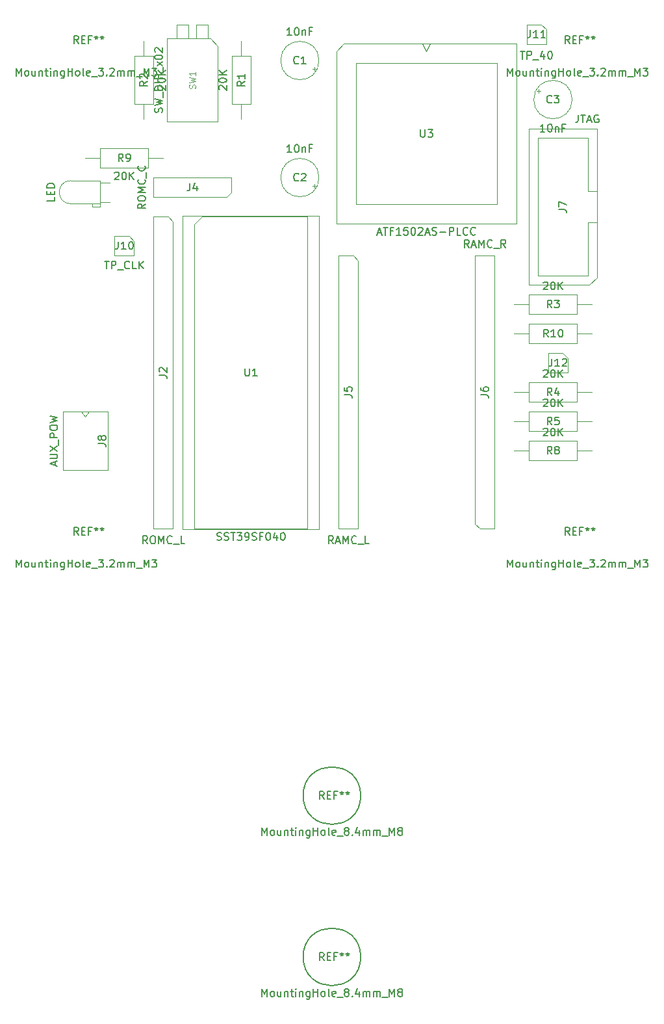
<source format=gbr>
G04 #@! TF.GenerationSoftware,KiCad,Pcbnew,(5.1.7)-1*
G04 #@! TF.CreationDate,2022-08-21T21:46:21-03:00*
G04 #@! TF.ProjectId,Squareboi2,53717561-7265-4626-9f69-322e6b696361,1*
G04 #@! TF.SameCoordinates,Original*
G04 #@! TF.FileFunction,Other,Fab,Top*
%FSLAX46Y46*%
G04 Gerber Fmt 4.6, Leading zero omitted, Abs format (unit mm)*
G04 Created by KiCad (PCBNEW (5.1.7)-1) date 2022-08-21 21:46:21*
%MOMM*%
%LPD*%
G01*
G04 APERTURE LIST*
%ADD10C,0.150000*%
%ADD11C,0.100000*%
%ADD12C,0.120000*%
G04 APERTURE END LIST*
D10*
X58750000Y-122400000D02*
G75*
G03*
X58750000Y-122400000I-3750000J0D01*
G01*
X58750000Y-143400000D02*
G75*
G03*
X58750000Y-143400000I-3750000J0D01*
G01*
D11*
X78740000Y-62230000D02*
X80670000Y-62230000D01*
X88900000Y-62230000D02*
X86970000Y-62230000D01*
X80670000Y-63480000D02*
X86970000Y-63480000D01*
X80670000Y-60980000D02*
X80670000Y-63480000D01*
X86970000Y-60980000D02*
X80670000Y-60980000D01*
X86970000Y-63480000D02*
X86970000Y-60980000D01*
X83185000Y-67310000D02*
X83185000Y-64770000D01*
X85725000Y-67310000D02*
X83185000Y-67310000D01*
X85725000Y-65405000D02*
X85725000Y-67310000D01*
X85090000Y-64770000D02*
X85725000Y-65405000D01*
X83185000Y-64770000D02*
X85090000Y-64770000D01*
X25780000Y-72390000D02*
X19980000Y-72390000D01*
X19980000Y-72390000D02*
X19980000Y-80010000D01*
X19980000Y-80010000D02*
X25780000Y-80010000D01*
X25780000Y-80010000D02*
X25780000Y-72390000D01*
X23360000Y-72390000D02*
X22860000Y-73097107D01*
X22860000Y-73097107D02*
X22360000Y-72390000D01*
X26035000Y-45085000D02*
X26035000Y-45085000D01*
X24765000Y-45085000D02*
X26035000Y-45085000D01*
X24765000Y-45085000D02*
X24765000Y-45085000D01*
X26035000Y-45085000D02*
X24765000Y-45085000D01*
X26035000Y-42545000D02*
X26035000Y-42545000D01*
X24765000Y-42545000D02*
X26035000Y-42545000D01*
X24765000Y-42545000D02*
X24765000Y-42545000D01*
X26035000Y-42545000D02*
X24765000Y-42545000D01*
X24765000Y-45315000D02*
X24765000Y-45715000D01*
X23765000Y-45315000D02*
X24765000Y-45315000D01*
X23765000Y-45715000D02*
X23765000Y-45315000D01*
X24765000Y-45715000D02*
X23765000Y-45715000D01*
X24765000Y-42315000D02*
X24765000Y-45315000D01*
X24765000Y-45315000D02*
X20965000Y-45315000D01*
X24765000Y-42315000D02*
X20965000Y-42315000D01*
X20965000Y-45315000D02*
G75*
G02*
X20965000Y-42315000I0J1500000D01*
G01*
X33020000Y-39370000D02*
X31090000Y-39370000D01*
X22860000Y-39370000D02*
X24790000Y-39370000D01*
X31090000Y-38120000D02*
X24790000Y-38120000D01*
X31090000Y-40620000D02*
X31090000Y-38120000D01*
X24790000Y-40620000D02*
X31090000Y-40620000D01*
X24790000Y-38120000D02*
X24790000Y-40620000D01*
X78740000Y-77470000D02*
X80670000Y-77470000D01*
X88900000Y-77470000D02*
X86970000Y-77470000D01*
X80670000Y-78720000D02*
X86970000Y-78720000D01*
X80670000Y-76220000D02*
X80670000Y-78720000D01*
X86970000Y-76220000D02*
X80670000Y-76220000D01*
X86970000Y-78720000D02*
X86970000Y-76220000D01*
X78740000Y-73660000D02*
X80670000Y-73660000D01*
X88900000Y-73660000D02*
X86970000Y-73660000D01*
X80670000Y-74910000D02*
X86970000Y-74910000D01*
X80670000Y-72410000D02*
X80670000Y-74910000D01*
X86970000Y-72410000D02*
X80670000Y-72410000D01*
X86970000Y-74910000D02*
X86970000Y-72410000D01*
X78740000Y-69850000D02*
X80670000Y-69850000D01*
X88900000Y-69850000D02*
X86970000Y-69850000D01*
X80670000Y-71100000D02*
X86970000Y-71100000D01*
X80670000Y-68600000D02*
X80670000Y-71100000D01*
X86970000Y-68600000D02*
X80670000Y-68600000D01*
X86970000Y-71100000D02*
X86970000Y-68600000D01*
X78740000Y-58420000D02*
X80670000Y-58420000D01*
X88900000Y-58420000D02*
X86970000Y-58420000D01*
X80670000Y-59670000D02*
X86970000Y-59670000D01*
X80670000Y-57170000D02*
X80670000Y-59670000D01*
X86970000Y-57170000D02*
X80670000Y-57170000D01*
X86970000Y-59670000D02*
X86970000Y-57170000D01*
X30480000Y-24130000D02*
X30480000Y-26060000D01*
X30480000Y-34290000D02*
X30480000Y-32360000D01*
X29230000Y-26060000D02*
X29230000Y-32360000D01*
X31730000Y-26060000D02*
X29230000Y-26060000D01*
X31730000Y-32360000D02*
X31730000Y-26060000D01*
X29230000Y-32360000D02*
X31730000Y-32360000D01*
X43180000Y-34290000D02*
X43180000Y-32360000D01*
X43180000Y-24130000D02*
X43180000Y-26060000D01*
X44430000Y-32360000D02*
X44430000Y-26060000D01*
X41930000Y-32360000D02*
X44430000Y-32360000D01*
X41930000Y-26060000D02*
X41930000Y-32360000D01*
X44430000Y-26060000D02*
X41930000Y-26060000D01*
X36310000Y-22010000D02*
X36310000Y-23810000D01*
X34810000Y-22010000D02*
X36310000Y-22010000D01*
X34810000Y-23810000D02*
X34810000Y-22010000D01*
X36310000Y-23810000D02*
X34810000Y-23810000D01*
X38850000Y-22010000D02*
X38850000Y-23810000D01*
X37350000Y-22010000D02*
X38850000Y-22010000D01*
X37350000Y-23810000D02*
X37350000Y-22010000D01*
X38850000Y-23810000D02*
X37350000Y-23810000D01*
X39150000Y-23810000D02*
X40150000Y-24810000D01*
X33510000Y-23810000D02*
X39150000Y-23810000D01*
X33510000Y-34610000D02*
X33510000Y-23810000D01*
X40150000Y-34610000D02*
X33510000Y-34610000D01*
X40150000Y-24810000D02*
X40150000Y-34610000D01*
X88340000Y-43670000D02*
X89540000Y-43670000D01*
X88340000Y-43670000D02*
X88340000Y-43670000D01*
X88340000Y-36730000D02*
X88340000Y-43670000D01*
X81840000Y-36730000D02*
X88340000Y-36730000D01*
X81840000Y-54710000D02*
X81840000Y-36730000D01*
X88340000Y-54710000D02*
X81840000Y-54710000D01*
X88340000Y-47770000D02*
X88340000Y-54710000D01*
X89540000Y-47770000D02*
X88340000Y-47770000D01*
X89540000Y-35540000D02*
X89540000Y-54900000D01*
X80640000Y-35540000D02*
X89540000Y-35540000D01*
X80640000Y-55900000D02*
X80640000Y-35540000D01*
X88540000Y-55900000D02*
X80640000Y-55900000D01*
X89540000Y-54900000D02*
X88540000Y-55900000D01*
X76200000Y-52070000D02*
X76200000Y-87630000D01*
X73660000Y-52070000D02*
X76200000Y-52070000D01*
X73660000Y-86995000D02*
X73660000Y-52070000D01*
X74295000Y-87630000D02*
X73660000Y-86995000D01*
X76200000Y-87630000D02*
X74295000Y-87630000D01*
X55880000Y-87630000D02*
X55880000Y-52070000D01*
X58420000Y-87630000D02*
X55880000Y-87630000D01*
X58420000Y-52705000D02*
X58420000Y-87630000D01*
X57785000Y-52070000D02*
X58420000Y-52705000D01*
X55880000Y-52070000D02*
X57785000Y-52070000D01*
X31750000Y-41910000D02*
X41910000Y-41910000D01*
X31750000Y-44450000D02*
X31750000Y-41910000D01*
X41275000Y-44450000D02*
X31750000Y-44450000D01*
X41910000Y-43815000D02*
X41275000Y-44450000D01*
X41910000Y-41910000D02*
X41910000Y-43815000D01*
X31750000Y-87630000D02*
X31750000Y-46990000D01*
X34290000Y-87630000D02*
X31750000Y-87630000D01*
X34290000Y-47625000D02*
X34290000Y-87630000D01*
X33655000Y-46990000D02*
X34290000Y-47625000D01*
X31750000Y-46990000D02*
X33655000Y-46990000D01*
X26670000Y-52070000D02*
X26670000Y-49530000D01*
X29210000Y-52070000D02*
X26670000Y-52070000D01*
X29210000Y-50165000D02*
X29210000Y-52070000D01*
X28575000Y-49530000D02*
X29210000Y-50165000D01*
X26670000Y-49530000D02*
X28575000Y-49530000D01*
X81916395Y-30412500D02*
X81916395Y-30912500D01*
X81666395Y-30662500D02*
X82166395Y-30662500D01*
X86300000Y-31750000D02*
G75*
G03*
X86300000Y-31750000I-2500000J0D01*
G01*
X80391000Y-24511000D02*
X80391000Y-21971000D01*
X82931000Y-24511000D02*
X80391000Y-24511000D01*
X82931000Y-22606000D02*
X82931000Y-24511000D01*
X82296000Y-21971000D02*
X82931000Y-22606000D01*
X80391000Y-21971000D02*
X82296000Y-21971000D01*
X53340000Y-46930000D02*
X35560000Y-46930000D01*
X53340000Y-87690000D02*
X53340000Y-46930000D01*
X35560000Y-87690000D02*
X53340000Y-87690000D01*
X35560000Y-46930000D02*
X35560000Y-87690000D01*
X37085000Y-47990000D02*
X38085000Y-46990000D01*
X37085000Y-87630000D02*
X37085000Y-47990000D01*
X51815000Y-87630000D02*
X37085000Y-87630000D01*
X51815000Y-46990000D02*
X51815000Y-87630000D01*
X38085000Y-46990000D02*
X51815000Y-46990000D01*
X56560000Y-24445000D02*
X55560000Y-25445000D01*
X55560000Y-25445000D02*
X55560000Y-47945000D01*
X55560000Y-47945000D02*
X79060000Y-47945000D01*
X79060000Y-47945000D02*
X79060000Y-24445000D01*
X79060000Y-24445000D02*
X56560000Y-24445000D01*
X58100000Y-26985000D02*
X58100000Y-45405000D01*
X58100000Y-45405000D02*
X76520000Y-45405000D01*
X76520000Y-45405000D02*
X76520000Y-26985000D01*
X76520000Y-26985000D02*
X58100000Y-26985000D01*
X66810000Y-24445000D02*
X67310000Y-25445000D01*
X67310000Y-25445000D02*
X67810000Y-24445000D01*
X52703605Y-43247500D02*
X52703605Y-42747500D01*
X52953605Y-42997500D02*
X52453605Y-42997500D01*
X53320000Y-41910000D02*
G75*
G03*
X53320000Y-41910000I-2500000J0D01*
G01*
X52703605Y-28007500D02*
X52703605Y-27507500D01*
X52953605Y-27757500D02*
X52453605Y-27757500D01*
X53320000Y-26670000D02*
G75*
G03*
X53320000Y-26670000I-2500000J0D01*
G01*
D10*
X83177142Y-62682380D02*
X82843809Y-62206190D01*
X82605714Y-62682380D02*
X82605714Y-61682380D01*
X82986666Y-61682380D01*
X83081904Y-61730000D01*
X83129523Y-61777619D01*
X83177142Y-61872857D01*
X83177142Y-62015714D01*
X83129523Y-62110952D01*
X83081904Y-62158571D01*
X82986666Y-62206190D01*
X82605714Y-62206190D01*
X84129523Y-62682380D02*
X83558095Y-62682380D01*
X83843809Y-62682380D02*
X83843809Y-61682380D01*
X83748571Y-61825238D01*
X83653333Y-61920476D01*
X83558095Y-61968095D01*
X84748571Y-61682380D02*
X84843809Y-61682380D01*
X84939047Y-61730000D01*
X84986666Y-61777619D01*
X85034285Y-61872857D01*
X85081904Y-62063333D01*
X85081904Y-62301428D01*
X85034285Y-62491904D01*
X84986666Y-62587142D01*
X84939047Y-62634761D01*
X84843809Y-62682380D01*
X84748571Y-62682380D01*
X84653333Y-62634761D01*
X84605714Y-62587142D01*
X84558095Y-62491904D01*
X84510476Y-62301428D01*
X84510476Y-62063333D01*
X84558095Y-61872857D01*
X84605714Y-61777619D01*
X84653333Y-61730000D01*
X84748571Y-61682380D01*
X83645476Y-65492380D02*
X83645476Y-66206666D01*
X83597857Y-66349523D01*
X83502619Y-66444761D01*
X83359761Y-66492380D01*
X83264523Y-66492380D01*
X84645476Y-66492380D02*
X84074047Y-66492380D01*
X84359761Y-66492380D02*
X84359761Y-65492380D01*
X84264523Y-65635238D01*
X84169285Y-65730476D01*
X84074047Y-65778095D01*
X85026428Y-65587619D02*
X85074047Y-65540000D01*
X85169285Y-65492380D01*
X85407380Y-65492380D01*
X85502619Y-65540000D01*
X85550238Y-65587619D01*
X85597857Y-65682857D01*
X85597857Y-65778095D01*
X85550238Y-65920952D01*
X84978809Y-66492380D01*
X85597857Y-66492380D01*
X45880952Y-148552380D02*
X45880952Y-147552380D01*
X46214285Y-148266666D01*
X46547619Y-147552380D01*
X46547619Y-148552380D01*
X47166666Y-148552380D02*
X47071428Y-148504761D01*
X47023809Y-148457142D01*
X46976190Y-148361904D01*
X46976190Y-148076190D01*
X47023809Y-147980952D01*
X47071428Y-147933333D01*
X47166666Y-147885714D01*
X47309523Y-147885714D01*
X47404761Y-147933333D01*
X47452380Y-147980952D01*
X47500000Y-148076190D01*
X47500000Y-148361904D01*
X47452380Y-148457142D01*
X47404761Y-148504761D01*
X47309523Y-148552380D01*
X47166666Y-148552380D01*
X48357142Y-147885714D02*
X48357142Y-148552380D01*
X47928571Y-147885714D02*
X47928571Y-148409523D01*
X47976190Y-148504761D01*
X48071428Y-148552380D01*
X48214285Y-148552380D01*
X48309523Y-148504761D01*
X48357142Y-148457142D01*
X48833333Y-147885714D02*
X48833333Y-148552380D01*
X48833333Y-147980952D02*
X48880952Y-147933333D01*
X48976190Y-147885714D01*
X49119047Y-147885714D01*
X49214285Y-147933333D01*
X49261904Y-148028571D01*
X49261904Y-148552380D01*
X49595238Y-147885714D02*
X49976190Y-147885714D01*
X49738095Y-147552380D02*
X49738095Y-148409523D01*
X49785714Y-148504761D01*
X49880952Y-148552380D01*
X49976190Y-148552380D01*
X50309523Y-148552380D02*
X50309523Y-147885714D01*
X50309523Y-147552380D02*
X50261904Y-147600000D01*
X50309523Y-147647619D01*
X50357142Y-147600000D01*
X50309523Y-147552380D01*
X50309523Y-147647619D01*
X50785714Y-147885714D02*
X50785714Y-148552380D01*
X50785714Y-147980952D02*
X50833333Y-147933333D01*
X50928571Y-147885714D01*
X51071428Y-147885714D01*
X51166666Y-147933333D01*
X51214285Y-148028571D01*
X51214285Y-148552380D01*
X52119047Y-147885714D02*
X52119047Y-148695238D01*
X52071428Y-148790476D01*
X52023809Y-148838095D01*
X51928571Y-148885714D01*
X51785714Y-148885714D01*
X51690476Y-148838095D01*
X52119047Y-148504761D02*
X52023809Y-148552380D01*
X51833333Y-148552380D01*
X51738095Y-148504761D01*
X51690476Y-148457142D01*
X51642857Y-148361904D01*
X51642857Y-148076190D01*
X51690476Y-147980952D01*
X51738095Y-147933333D01*
X51833333Y-147885714D01*
X52023809Y-147885714D01*
X52119047Y-147933333D01*
X52595238Y-148552380D02*
X52595238Y-147552380D01*
X52595238Y-148028571D02*
X53166666Y-148028571D01*
X53166666Y-148552380D02*
X53166666Y-147552380D01*
X53785714Y-148552380D02*
X53690476Y-148504761D01*
X53642857Y-148457142D01*
X53595238Y-148361904D01*
X53595238Y-148076190D01*
X53642857Y-147980952D01*
X53690476Y-147933333D01*
X53785714Y-147885714D01*
X53928571Y-147885714D01*
X54023809Y-147933333D01*
X54071428Y-147980952D01*
X54119047Y-148076190D01*
X54119047Y-148361904D01*
X54071428Y-148457142D01*
X54023809Y-148504761D01*
X53928571Y-148552380D01*
X53785714Y-148552380D01*
X54690476Y-148552380D02*
X54595238Y-148504761D01*
X54547619Y-148409523D01*
X54547619Y-147552380D01*
X55452380Y-148504761D02*
X55357142Y-148552380D01*
X55166666Y-148552380D01*
X55071428Y-148504761D01*
X55023809Y-148409523D01*
X55023809Y-148028571D01*
X55071428Y-147933333D01*
X55166666Y-147885714D01*
X55357142Y-147885714D01*
X55452380Y-147933333D01*
X55500000Y-148028571D01*
X55500000Y-148123809D01*
X55023809Y-148219047D01*
X55690476Y-148647619D02*
X56452380Y-148647619D01*
X56833333Y-147980952D02*
X56738095Y-147933333D01*
X56690476Y-147885714D01*
X56642857Y-147790476D01*
X56642857Y-147742857D01*
X56690476Y-147647619D01*
X56738095Y-147600000D01*
X56833333Y-147552380D01*
X57023809Y-147552380D01*
X57119047Y-147600000D01*
X57166666Y-147647619D01*
X57214285Y-147742857D01*
X57214285Y-147790476D01*
X57166666Y-147885714D01*
X57119047Y-147933333D01*
X57023809Y-147980952D01*
X56833333Y-147980952D01*
X56738095Y-148028571D01*
X56690476Y-148076190D01*
X56642857Y-148171428D01*
X56642857Y-148361904D01*
X56690476Y-148457142D01*
X56738095Y-148504761D01*
X56833333Y-148552380D01*
X57023809Y-148552380D01*
X57119047Y-148504761D01*
X57166666Y-148457142D01*
X57214285Y-148361904D01*
X57214285Y-148171428D01*
X57166666Y-148076190D01*
X57119047Y-148028571D01*
X57023809Y-147980952D01*
X57642857Y-148457142D02*
X57690476Y-148504761D01*
X57642857Y-148552380D01*
X57595238Y-148504761D01*
X57642857Y-148457142D01*
X57642857Y-148552380D01*
X58547619Y-147885714D02*
X58547619Y-148552380D01*
X58309523Y-147504761D02*
X58071428Y-148219047D01*
X58690476Y-148219047D01*
X59071428Y-148552380D02*
X59071428Y-147885714D01*
X59071428Y-147980952D02*
X59119047Y-147933333D01*
X59214285Y-147885714D01*
X59357142Y-147885714D01*
X59452380Y-147933333D01*
X59499999Y-148028571D01*
X59499999Y-148552380D01*
X59499999Y-148028571D02*
X59547619Y-147933333D01*
X59642857Y-147885714D01*
X59785714Y-147885714D01*
X59880952Y-147933333D01*
X59928571Y-148028571D01*
X59928571Y-148552380D01*
X60404761Y-148552380D02*
X60404761Y-147885714D01*
X60404761Y-147980952D02*
X60452380Y-147933333D01*
X60547619Y-147885714D01*
X60690476Y-147885714D01*
X60785714Y-147933333D01*
X60833333Y-148028571D01*
X60833333Y-148552380D01*
X60833333Y-148028571D02*
X60880952Y-147933333D01*
X60976190Y-147885714D01*
X61119047Y-147885714D01*
X61214285Y-147933333D01*
X61261904Y-148028571D01*
X61261904Y-148552380D01*
X61499999Y-148647619D02*
X62261904Y-148647619D01*
X62499999Y-148552380D02*
X62499999Y-147552380D01*
X62833333Y-148266666D01*
X63166666Y-147552380D01*
X63166666Y-148552380D01*
X63785714Y-147980952D02*
X63690476Y-147933333D01*
X63642857Y-147885714D01*
X63595238Y-147790476D01*
X63595238Y-147742857D01*
X63642857Y-147647619D01*
X63690476Y-147600000D01*
X63785714Y-147552380D01*
X63976190Y-147552380D01*
X64071428Y-147600000D01*
X64119047Y-147647619D01*
X64166666Y-147742857D01*
X64166666Y-147790476D01*
X64119047Y-147885714D01*
X64071428Y-147933333D01*
X63976190Y-147980952D01*
X63785714Y-147980952D01*
X63690476Y-148028571D01*
X63642857Y-148076190D01*
X63595238Y-148171428D01*
X63595238Y-148361904D01*
X63642857Y-148457142D01*
X63690476Y-148504761D01*
X63785714Y-148552380D01*
X63976190Y-148552380D01*
X64071428Y-148504761D01*
X64119047Y-148457142D01*
X64166666Y-148361904D01*
X64166666Y-148171428D01*
X64119047Y-148076190D01*
X64071428Y-148028571D01*
X63976190Y-147980952D01*
X53966666Y-143852380D02*
X53633333Y-143376190D01*
X53395238Y-143852380D02*
X53395238Y-142852380D01*
X53776190Y-142852380D01*
X53871428Y-142900000D01*
X53919047Y-142947619D01*
X53966666Y-143042857D01*
X53966666Y-143185714D01*
X53919047Y-143280952D01*
X53871428Y-143328571D01*
X53776190Y-143376190D01*
X53395238Y-143376190D01*
X54395238Y-143328571D02*
X54728571Y-143328571D01*
X54871428Y-143852380D02*
X54395238Y-143852380D01*
X54395238Y-142852380D01*
X54871428Y-142852380D01*
X55633333Y-143328571D02*
X55300000Y-143328571D01*
X55300000Y-143852380D02*
X55300000Y-142852380D01*
X55776190Y-142852380D01*
X56300000Y-142852380D02*
X56300000Y-143090476D01*
X56061904Y-142995238D02*
X56300000Y-143090476D01*
X56538095Y-142995238D01*
X56157142Y-143280952D02*
X56300000Y-143090476D01*
X56442857Y-143280952D01*
X57061904Y-142852380D02*
X57061904Y-143090476D01*
X56823809Y-142995238D02*
X57061904Y-143090476D01*
X57300000Y-142995238D01*
X56919047Y-143280952D02*
X57061904Y-143090476D01*
X57204761Y-143280952D01*
X45880952Y-127552380D02*
X45880952Y-126552380D01*
X46214285Y-127266666D01*
X46547619Y-126552380D01*
X46547619Y-127552380D01*
X47166666Y-127552380D02*
X47071428Y-127504761D01*
X47023809Y-127457142D01*
X46976190Y-127361904D01*
X46976190Y-127076190D01*
X47023809Y-126980952D01*
X47071428Y-126933333D01*
X47166666Y-126885714D01*
X47309523Y-126885714D01*
X47404761Y-126933333D01*
X47452380Y-126980952D01*
X47500000Y-127076190D01*
X47500000Y-127361904D01*
X47452380Y-127457142D01*
X47404761Y-127504761D01*
X47309523Y-127552380D01*
X47166666Y-127552380D01*
X48357142Y-126885714D02*
X48357142Y-127552380D01*
X47928571Y-126885714D02*
X47928571Y-127409523D01*
X47976190Y-127504761D01*
X48071428Y-127552380D01*
X48214285Y-127552380D01*
X48309523Y-127504761D01*
X48357142Y-127457142D01*
X48833333Y-126885714D02*
X48833333Y-127552380D01*
X48833333Y-126980952D02*
X48880952Y-126933333D01*
X48976190Y-126885714D01*
X49119047Y-126885714D01*
X49214285Y-126933333D01*
X49261904Y-127028571D01*
X49261904Y-127552380D01*
X49595238Y-126885714D02*
X49976190Y-126885714D01*
X49738095Y-126552380D02*
X49738095Y-127409523D01*
X49785714Y-127504761D01*
X49880952Y-127552380D01*
X49976190Y-127552380D01*
X50309523Y-127552380D02*
X50309523Y-126885714D01*
X50309523Y-126552380D02*
X50261904Y-126600000D01*
X50309523Y-126647619D01*
X50357142Y-126600000D01*
X50309523Y-126552380D01*
X50309523Y-126647619D01*
X50785714Y-126885714D02*
X50785714Y-127552380D01*
X50785714Y-126980952D02*
X50833333Y-126933333D01*
X50928571Y-126885714D01*
X51071428Y-126885714D01*
X51166666Y-126933333D01*
X51214285Y-127028571D01*
X51214285Y-127552380D01*
X52119047Y-126885714D02*
X52119047Y-127695238D01*
X52071428Y-127790476D01*
X52023809Y-127838095D01*
X51928571Y-127885714D01*
X51785714Y-127885714D01*
X51690476Y-127838095D01*
X52119047Y-127504761D02*
X52023809Y-127552380D01*
X51833333Y-127552380D01*
X51738095Y-127504761D01*
X51690476Y-127457142D01*
X51642857Y-127361904D01*
X51642857Y-127076190D01*
X51690476Y-126980952D01*
X51738095Y-126933333D01*
X51833333Y-126885714D01*
X52023809Y-126885714D01*
X52119047Y-126933333D01*
X52595238Y-127552380D02*
X52595238Y-126552380D01*
X52595238Y-127028571D02*
X53166666Y-127028571D01*
X53166666Y-127552380D02*
X53166666Y-126552380D01*
X53785714Y-127552380D02*
X53690476Y-127504761D01*
X53642857Y-127457142D01*
X53595238Y-127361904D01*
X53595238Y-127076190D01*
X53642857Y-126980952D01*
X53690476Y-126933333D01*
X53785714Y-126885714D01*
X53928571Y-126885714D01*
X54023809Y-126933333D01*
X54071428Y-126980952D01*
X54119047Y-127076190D01*
X54119047Y-127361904D01*
X54071428Y-127457142D01*
X54023809Y-127504761D01*
X53928571Y-127552380D01*
X53785714Y-127552380D01*
X54690476Y-127552380D02*
X54595238Y-127504761D01*
X54547619Y-127409523D01*
X54547619Y-126552380D01*
X55452380Y-127504761D02*
X55357142Y-127552380D01*
X55166666Y-127552380D01*
X55071428Y-127504761D01*
X55023809Y-127409523D01*
X55023809Y-127028571D01*
X55071428Y-126933333D01*
X55166666Y-126885714D01*
X55357142Y-126885714D01*
X55452380Y-126933333D01*
X55500000Y-127028571D01*
X55500000Y-127123809D01*
X55023809Y-127219047D01*
X55690476Y-127647619D02*
X56452380Y-127647619D01*
X56833333Y-126980952D02*
X56738095Y-126933333D01*
X56690476Y-126885714D01*
X56642857Y-126790476D01*
X56642857Y-126742857D01*
X56690476Y-126647619D01*
X56738095Y-126600000D01*
X56833333Y-126552380D01*
X57023809Y-126552380D01*
X57119047Y-126600000D01*
X57166666Y-126647619D01*
X57214285Y-126742857D01*
X57214285Y-126790476D01*
X57166666Y-126885714D01*
X57119047Y-126933333D01*
X57023809Y-126980952D01*
X56833333Y-126980952D01*
X56738095Y-127028571D01*
X56690476Y-127076190D01*
X56642857Y-127171428D01*
X56642857Y-127361904D01*
X56690476Y-127457142D01*
X56738095Y-127504761D01*
X56833333Y-127552380D01*
X57023809Y-127552380D01*
X57119047Y-127504761D01*
X57166666Y-127457142D01*
X57214285Y-127361904D01*
X57214285Y-127171428D01*
X57166666Y-127076190D01*
X57119047Y-127028571D01*
X57023809Y-126980952D01*
X57642857Y-127457142D02*
X57690476Y-127504761D01*
X57642857Y-127552380D01*
X57595238Y-127504761D01*
X57642857Y-127457142D01*
X57642857Y-127552380D01*
X58547619Y-126885714D02*
X58547619Y-127552380D01*
X58309523Y-126504761D02*
X58071428Y-127219047D01*
X58690476Y-127219047D01*
X59071428Y-127552380D02*
X59071428Y-126885714D01*
X59071428Y-126980952D02*
X59119047Y-126933333D01*
X59214285Y-126885714D01*
X59357142Y-126885714D01*
X59452380Y-126933333D01*
X59499999Y-127028571D01*
X59499999Y-127552380D01*
X59499999Y-127028571D02*
X59547619Y-126933333D01*
X59642857Y-126885714D01*
X59785714Y-126885714D01*
X59880952Y-126933333D01*
X59928571Y-127028571D01*
X59928571Y-127552380D01*
X60404761Y-127552380D02*
X60404761Y-126885714D01*
X60404761Y-126980952D02*
X60452380Y-126933333D01*
X60547619Y-126885714D01*
X60690476Y-126885714D01*
X60785714Y-126933333D01*
X60833333Y-127028571D01*
X60833333Y-127552380D01*
X60833333Y-127028571D02*
X60880952Y-126933333D01*
X60976190Y-126885714D01*
X61119047Y-126885714D01*
X61214285Y-126933333D01*
X61261904Y-127028571D01*
X61261904Y-127552380D01*
X61499999Y-127647619D02*
X62261904Y-127647619D01*
X62499999Y-127552380D02*
X62499999Y-126552380D01*
X62833333Y-127266666D01*
X63166666Y-126552380D01*
X63166666Y-127552380D01*
X63785714Y-126980952D02*
X63690476Y-126933333D01*
X63642857Y-126885714D01*
X63595238Y-126790476D01*
X63595238Y-126742857D01*
X63642857Y-126647619D01*
X63690476Y-126600000D01*
X63785714Y-126552380D01*
X63976190Y-126552380D01*
X64071428Y-126600000D01*
X64119047Y-126647619D01*
X64166666Y-126742857D01*
X64166666Y-126790476D01*
X64119047Y-126885714D01*
X64071428Y-126933333D01*
X63976190Y-126980952D01*
X63785714Y-126980952D01*
X63690476Y-127028571D01*
X63642857Y-127076190D01*
X63595238Y-127171428D01*
X63595238Y-127361904D01*
X63642857Y-127457142D01*
X63690476Y-127504761D01*
X63785714Y-127552380D01*
X63976190Y-127552380D01*
X64071428Y-127504761D01*
X64119047Y-127457142D01*
X64166666Y-127361904D01*
X64166666Y-127171428D01*
X64119047Y-127076190D01*
X64071428Y-127028571D01*
X63976190Y-126980952D01*
X53966666Y-122852380D02*
X53633333Y-122376190D01*
X53395238Y-122852380D02*
X53395238Y-121852380D01*
X53776190Y-121852380D01*
X53871428Y-121900000D01*
X53919047Y-121947619D01*
X53966666Y-122042857D01*
X53966666Y-122185714D01*
X53919047Y-122280952D01*
X53871428Y-122328571D01*
X53776190Y-122376190D01*
X53395238Y-122376190D01*
X54395238Y-122328571D02*
X54728571Y-122328571D01*
X54871428Y-122852380D02*
X54395238Y-122852380D01*
X54395238Y-121852380D01*
X54871428Y-121852380D01*
X55633333Y-122328571D02*
X55300000Y-122328571D01*
X55300000Y-122852380D02*
X55300000Y-121852380D01*
X55776190Y-121852380D01*
X56300000Y-121852380D02*
X56300000Y-122090476D01*
X56061904Y-121995238D02*
X56300000Y-122090476D01*
X56538095Y-121995238D01*
X56157142Y-122280952D02*
X56300000Y-122090476D01*
X56442857Y-122280952D01*
X57061904Y-121852380D02*
X57061904Y-122090476D01*
X56823809Y-121995238D02*
X57061904Y-122090476D01*
X57300000Y-121995238D01*
X56919047Y-122280952D02*
X57061904Y-122090476D01*
X57204761Y-122280952D01*
X18946666Y-79414285D02*
X18946666Y-78938095D01*
X19232380Y-79509523D02*
X18232380Y-79176190D01*
X19232380Y-78842857D01*
X18232380Y-78509523D02*
X19041904Y-78509523D01*
X19137142Y-78461904D01*
X19184761Y-78414285D01*
X19232380Y-78319047D01*
X19232380Y-78128571D01*
X19184761Y-78033333D01*
X19137142Y-77985714D01*
X19041904Y-77938095D01*
X18232380Y-77938095D01*
X18232380Y-77557142D02*
X19232380Y-76890476D01*
X18232380Y-76890476D02*
X19232380Y-77557142D01*
X19327619Y-76747619D02*
X19327619Y-75985714D01*
X19232380Y-75747619D02*
X18232380Y-75747619D01*
X18232380Y-75366666D01*
X18280000Y-75271428D01*
X18327619Y-75223809D01*
X18422857Y-75176190D01*
X18565714Y-75176190D01*
X18660952Y-75223809D01*
X18708571Y-75271428D01*
X18756190Y-75366666D01*
X18756190Y-75747619D01*
X18232380Y-74557142D02*
X18232380Y-74366666D01*
X18280000Y-74271428D01*
X18375238Y-74176190D01*
X18565714Y-74128571D01*
X18899047Y-74128571D01*
X19089523Y-74176190D01*
X19184761Y-74271428D01*
X19232380Y-74366666D01*
X19232380Y-74557142D01*
X19184761Y-74652380D01*
X19089523Y-74747619D01*
X18899047Y-74795238D01*
X18565714Y-74795238D01*
X18375238Y-74747619D01*
X18280000Y-74652380D01*
X18232380Y-74557142D01*
X18232380Y-73795238D02*
X19232380Y-73557142D01*
X18518095Y-73366666D01*
X19232380Y-73176190D01*
X18232380Y-72938095D01*
X24532380Y-76533333D02*
X25246666Y-76533333D01*
X25389523Y-76580952D01*
X25484761Y-76676190D01*
X25532380Y-76819047D01*
X25532380Y-76914285D01*
X24960952Y-75914285D02*
X24913333Y-76009523D01*
X24865714Y-76057142D01*
X24770476Y-76104761D01*
X24722857Y-76104761D01*
X24627619Y-76057142D01*
X24580000Y-76009523D01*
X24532380Y-75914285D01*
X24532380Y-75723809D01*
X24580000Y-75628571D01*
X24627619Y-75580952D01*
X24722857Y-75533333D01*
X24770476Y-75533333D01*
X24865714Y-75580952D01*
X24913333Y-75628571D01*
X24960952Y-75723809D01*
X24960952Y-75914285D01*
X25008571Y-76009523D01*
X25056190Y-76057142D01*
X25151428Y-76104761D01*
X25341904Y-76104761D01*
X25437142Y-76057142D01*
X25484761Y-76009523D01*
X25532380Y-75914285D01*
X25532380Y-75723809D01*
X25484761Y-75628571D01*
X25437142Y-75580952D01*
X25341904Y-75533333D01*
X25151428Y-75533333D01*
X25056190Y-75580952D01*
X25008571Y-75628571D01*
X24960952Y-75723809D01*
X18857380Y-44457857D02*
X18857380Y-44934047D01*
X17857380Y-44934047D01*
X18333571Y-44124523D02*
X18333571Y-43791190D01*
X18857380Y-43648333D02*
X18857380Y-44124523D01*
X17857380Y-44124523D01*
X17857380Y-43648333D01*
X18857380Y-43219761D02*
X17857380Y-43219761D01*
X17857380Y-42981666D01*
X17905000Y-42838809D01*
X18000238Y-42743571D01*
X18095476Y-42695952D01*
X18285952Y-42648333D01*
X18428809Y-42648333D01*
X18619285Y-42695952D01*
X18714523Y-42743571D01*
X18809761Y-42838809D01*
X18857380Y-42981666D01*
X18857380Y-43219761D01*
X26678095Y-41287619D02*
X26725714Y-41240000D01*
X26820952Y-41192380D01*
X27059047Y-41192380D01*
X27154285Y-41240000D01*
X27201904Y-41287619D01*
X27249523Y-41382857D01*
X27249523Y-41478095D01*
X27201904Y-41620952D01*
X26630476Y-42192380D01*
X27249523Y-42192380D01*
X27868571Y-41192380D02*
X27963809Y-41192380D01*
X28059047Y-41240000D01*
X28106666Y-41287619D01*
X28154285Y-41382857D01*
X28201904Y-41573333D01*
X28201904Y-41811428D01*
X28154285Y-42001904D01*
X28106666Y-42097142D01*
X28059047Y-42144761D01*
X27963809Y-42192380D01*
X27868571Y-42192380D01*
X27773333Y-42144761D01*
X27725714Y-42097142D01*
X27678095Y-42001904D01*
X27630476Y-41811428D01*
X27630476Y-41573333D01*
X27678095Y-41382857D01*
X27725714Y-41287619D01*
X27773333Y-41240000D01*
X27868571Y-41192380D01*
X28630476Y-42192380D02*
X28630476Y-41192380D01*
X29201904Y-42192380D02*
X28773333Y-41620952D01*
X29201904Y-41192380D02*
X28630476Y-41763809D01*
X27773333Y-39822380D02*
X27440000Y-39346190D01*
X27201904Y-39822380D02*
X27201904Y-38822380D01*
X27582857Y-38822380D01*
X27678095Y-38870000D01*
X27725714Y-38917619D01*
X27773333Y-39012857D01*
X27773333Y-39155714D01*
X27725714Y-39250952D01*
X27678095Y-39298571D01*
X27582857Y-39346190D01*
X27201904Y-39346190D01*
X28249523Y-39822380D02*
X28440000Y-39822380D01*
X28535238Y-39774761D01*
X28582857Y-39727142D01*
X28678095Y-39584285D01*
X28725714Y-39393809D01*
X28725714Y-39012857D01*
X28678095Y-38917619D01*
X28630476Y-38870000D01*
X28535238Y-38822380D01*
X28344761Y-38822380D01*
X28249523Y-38870000D01*
X28201904Y-38917619D01*
X28154285Y-39012857D01*
X28154285Y-39250952D01*
X28201904Y-39346190D01*
X28249523Y-39393809D01*
X28344761Y-39441428D01*
X28535238Y-39441428D01*
X28630476Y-39393809D01*
X28678095Y-39346190D01*
X28725714Y-39250952D01*
X82558095Y-74647619D02*
X82605714Y-74600000D01*
X82700952Y-74552380D01*
X82939047Y-74552380D01*
X83034285Y-74600000D01*
X83081904Y-74647619D01*
X83129523Y-74742857D01*
X83129523Y-74838095D01*
X83081904Y-74980952D01*
X82510476Y-75552380D01*
X83129523Y-75552380D01*
X83748571Y-74552380D02*
X83843809Y-74552380D01*
X83939047Y-74600000D01*
X83986666Y-74647619D01*
X84034285Y-74742857D01*
X84081904Y-74933333D01*
X84081904Y-75171428D01*
X84034285Y-75361904D01*
X83986666Y-75457142D01*
X83939047Y-75504761D01*
X83843809Y-75552380D01*
X83748571Y-75552380D01*
X83653333Y-75504761D01*
X83605714Y-75457142D01*
X83558095Y-75361904D01*
X83510476Y-75171428D01*
X83510476Y-74933333D01*
X83558095Y-74742857D01*
X83605714Y-74647619D01*
X83653333Y-74600000D01*
X83748571Y-74552380D01*
X84510476Y-75552380D02*
X84510476Y-74552380D01*
X85081904Y-75552380D02*
X84653333Y-74980952D01*
X85081904Y-74552380D02*
X84510476Y-75123809D01*
X83653333Y-77922380D02*
X83320000Y-77446190D01*
X83081904Y-77922380D02*
X83081904Y-76922380D01*
X83462857Y-76922380D01*
X83558095Y-76970000D01*
X83605714Y-77017619D01*
X83653333Y-77112857D01*
X83653333Y-77255714D01*
X83605714Y-77350952D01*
X83558095Y-77398571D01*
X83462857Y-77446190D01*
X83081904Y-77446190D01*
X84224761Y-77350952D02*
X84129523Y-77303333D01*
X84081904Y-77255714D01*
X84034285Y-77160476D01*
X84034285Y-77112857D01*
X84081904Y-77017619D01*
X84129523Y-76970000D01*
X84224761Y-76922380D01*
X84415238Y-76922380D01*
X84510476Y-76970000D01*
X84558095Y-77017619D01*
X84605714Y-77112857D01*
X84605714Y-77160476D01*
X84558095Y-77255714D01*
X84510476Y-77303333D01*
X84415238Y-77350952D01*
X84224761Y-77350952D01*
X84129523Y-77398571D01*
X84081904Y-77446190D01*
X84034285Y-77541428D01*
X84034285Y-77731904D01*
X84081904Y-77827142D01*
X84129523Y-77874761D01*
X84224761Y-77922380D01*
X84415238Y-77922380D01*
X84510476Y-77874761D01*
X84558095Y-77827142D01*
X84605714Y-77731904D01*
X84605714Y-77541428D01*
X84558095Y-77446190D01*
X84510476Y-77398571D01*
X84415238Y-77350952D01*
X82558095Y-70837619D02*
X82605714Y-70790000D01*
X82700952Y-70742380D01*
X82939047Y-70742380D01*
X83034285Y-70790000D01*
X83081904Y-70837619D01*
X83129523Y-70932857D01*
X83129523Y-71028095D01*
X83081904Y-71170952D01*
X82510476Y-71742380D01*
X83129523Y-71742380D01*
X83748571Y-70742380D02*
X83843809Y-70742380D01*
X83939047Y-70790000D01*
X83986666Y-70837619D01*
X84034285Y-70932857D01*
X84081904Y-71123333D01*
X84081904Y-71361428D01*
X84034285Y-71551904D01*
X83986666Y-71647142D01*
X83939047Y-71694761D01*
X83843809Y-71742380D01*
X83748571Y-71742380D01*
X83653333Y-71694761D01*
X83605714Y-71647142D01*
X83558095Y-71551904D01*
X83510476Y-71361428D01*
X83510476Y-71123333D01*
X83558095Y-70932857D01*
X83605714Y-70837619D01*
X83653333Y-70790000D01*
X83748571Y-70742380D01*
X84510476Y-71742380D02*
X84510476Y-70742380D01*
X85081904Y-71742380D02*
X84653333Y-71170952D01*
X85081904Y-70742380D02*
X84510476Y-71313809D01*
X83653333Y-74112380D02*
X83320000Y-73636190D01*
X83081904Y-74112380D02*
X83081904Y-73112380D01*
X83462857Y-73112380D01*
X83558095Y-73160000D01*
X83605714Y-73207619D01*
X83653333Y-73302857D01*
X83653333Y-73445714D01*
X83605714Y-73540952D01*
X83558095Y-73588571D01*
X83462857Y-73636190D01*
X83081904Y-73636190D01*
X84558095Y-73112380D02*
X84081904Y-73112380D01*
X84034285Y-73588571D01*
X84081904Y-73540952D01*
X84177142Y-73493333D01*
X84415238Y-73493333D01*
X84510476Y-73540952D01*
X84558095Y-73588571D01*
X84605714Y-73683809D01*
X84605714Y-73921904D01*
X84558095Y-74017142D01*
X84510476Y-74064761D01*
X84415238Y-74112380D01*
X84177142Y-74112380D01*
X84081904Y-74064761D01*
X84034285Y-74017142D01*
X82558095Y-67027619D02*
X82605714Y-66980000D01*
X82700952Y-66932380D01*
X82939047Y-66932380D01*
X83034285Y-66980000D01*
X83081904Y-67027619D01*
X83129523Y-67122857D01*
X83129523Y-67218095D01*
X83081904Y-67360952D01*
X82510476Y-67932380D01*
X83129523Y-67932380D01*
X83748571Y-66932380D02*
X83843809Y-66932380D01*
X83939047Y-66980000D01*
X83986666Y-67027619D01*
X84034285Y-67122857D01*
X84081904Y-67313333D01*
X84081904Y-67551428D01*
X84034285Y-67741904D01*
X83986666Y-67837142D01*
X83939047Y-67884761D01*
X83843809Y-67932380D01*
X83748571Y-67932380D01*
X83653333Y-67884761D01*
X83605714Y-67837142D01*
X83558095Y-67741904D01*
X83510476Y-67551428D01*
X83510476Y-67313333D01*
X83558095Y-67122857D01*
X83605714Y-67027619D01*
X83653333Y-66980000D01*
X83748571Y-66932380D01*
X84510476Y-67932380D02*
X84510476Y-66932380D01*
X85081904Y-67932380D02*
X84653333Y-67360952D01*
X85081904Y-66932380D02*
X84510476Y-67503809D01*
X83653333Y-70302380D02*
X83320000Y-69826190D01*
X83081904Y-70302380D02*
X83081904Y-69302380D01*
X83462857Y-69302380D01*
X83558095Y-69350000D01*
X83605714Y-69397619D01*
X83653333Y-69492857D01*
X83653333Y-69635714D01*
X83605714Y-69730952D01*
X83558095Y-69778571D01*
X83462857Y-69826190D01*
X83081904Y-69826190D01*
X84510476Y-69635714D02*
X84510476Y-70302380D01*
X84272380Y-69254761D02*
X84034285Y-69969047D01*
X84653333Y-69969047D01*
X82558095Y-55597619D02*
X82605714Y-55550000D01*
X82700952Y-55502380D01*
X82939047Y-55502380D01*
X83034285Y-55550000D01*
X83081904Y-55597619D01*
X83129523Y-55692857D01*
X83129523Y-55788095D01*
X83081904Y-55930952D01*
X82510476Y-56502380D01*
X83129523Y-56502380D01*
X83748571Y-55502380D02*
X83843809Y-55502380D01*
X83939047Y-55550000D01*
X83986666Y-55597619D01*
X84034285Y-55692857D01*
X84081904Y-55883333D01*
X84081904Y-56121428D01*
X84034285Y-56311904D01*
X83986666Y-56407142D01*
X83939047Y-56454761D01*
X83843809Y-56502380D01*
X83748571Y-56502380D01*
X83653333Y-56454761D01*
X83605714Y-56407142D01*
X83558095Y-56311904D01*
X83510476Y-56121428D01*
X83510476Y-55883333D01*
X83558095Y-55692857D01*
X83605714Y-55597619D01*
X83653333Y-55550000D01*
X83748571Y-55502380D01*
X84510476Y-56502380D02*
X84510476Y-55502380D01*
X85081904Y-56502380D02*
X84653333Y-55930952D01*
X85081904Y-55502380D02*
X84510476Y-56073809D01*
X83653333Y-58872380D02*
X83320000Y-58396190D01*
X83081904Y-58872380D02*
X83081904Y-57872380D01*
X83462857Y-57872380D01*
X83558095Y-57920000D01*
X83605714Y-57967619D01*
X83653333Y-58062857D01*
X83653333Y-58205714D01*
X83605714Y-58300952D01*
X83558095Y-58348571D01*
X83462857Y-58396190D01*
X83081904Y-58396190D01*
X83986666Y-57872380D02*
X84605714Y-57872380D01*
X84272380Y-58253333D01*
X84415238Y-58253333D01*
X84510476Y-58300952D01*
X84558095Y-58348571D01*
X84605714Y-58443809D01*
X84605714Y-58681904D01*
X84558095Y-58777142D01*
X84510476Y-58824761D01*
X84415238Y-58872380D01*
X84129523Y-58872380D01*
X84034285Y-58824761D01*
X83986666Y-58777142D01*
X32397619Y-30471904D02*
X32350000Y-30424285D01*
X32302380Y-30329047D01*
X32302380Y-30090952D01*
X32350000Y-29995714D01*
X32397619Y-29948095D01*
X32492857Y-29900476D01*
X32588095Y-29900476D01*
X32730952Y-29948095D01*
X33302380Y-30519523D01*
X33302380Y-29900476D01*
X32302380Y-29281428D02*
X32302380Y-29186190D01*
X32350000Y-29090952D01*
X32397619Y-29043333D01*
X32492857Y-28995714D01*
X32683333Y-28948095D01*
X32921428Y-28948095D01*
X33111904Y-28995714D01*
X33207142Y-29043333D01*
X33254761Y-29090952D01*
X33302380Y-29186190D01*
X33302380Y-29281428D01*
X33254761Y-29376666D01*
X33207142Y-29424285D01*
X33111904Y-29471904D01*
X32921428Y-29519523D01*
X32683333Y-29519523D01*
X32492857Y-29471904D01*
X32397619Y-29424285D01*
X32350000Y-29376666D01*
X32302380Y-29281428D01*
X33302380Y-28519523D02*
X32302380Y-28519523D01*
X33302380Y-27948095D02*
X32730952Y-28376666D01*
X32302380Y-27948095D02*
X32873809Y-28519523D01*
X30932380Y-29376666D02*
X30456190Y-29710000D01*
X30932380Y-29948095D02*
X29932380Y-29948095D01*
X29932380Y-29567142D01*
X29980000Y-29471904D01*
X30027619Y-29424285D01*
X30122857Y-29376666D01*
X30265714Y-29376666D01*
X30360952Y-29424285D01*
X30408571Y-29471904D01*
X30456190Y-29567142D01*
X30456190Y-29948095D01*
X30027619Y-28995714D02*
X29980000Y-28948095D01*
X29932380Y-28852857D01*
X29932380Y-28614761D01*
X29980000Y-28519523D01*
X30027619Y-28471904D01*
X30122857Y-28424285D01*
X30218095Y-28424285D01*
X30360952Y-28471904D01*
X30932380Y-29043333D01*
X30932380Y-28424285D01*
X40357619Y-30471904D02*
X40310000Y-30424285D01*
X40262380Y-30329047D01*
X40262380Y-30090952D01*
X40310000Y-29995714D01*
X40357619Y-29948095D01*
X40452857Y-29900476D01*
X40548095Y-29900476D01*
X40690952Y-29948095D01*
X41262380Y-30519523D01*
X41262380Y-29900476D01*
X40262380Y-29281428D02*
X40262380Y-29186190D01*
X40310000Y-29090952D01*
X40357619Y-29043333D01*
X40452857Y-28995714D01*
X40643333Y-28948095D01*
X40881428Y-28948095D01*
X41071904Y-28995714D01*
X41167142Y-29043333D01*
X41214761Y-29090952D01*
X41262380Y-29186190D01*
X41262380Y-29281428D01*
X41214761Y-29376666D01*
X41167142Y-29424285D01*
X41071904Y-29471904D01*
X40881428Y-29519523D01*
X40643333Y-29519523D01*
X40452857Y-29471904D01*
X40357619Y-29424285D01*
X40310000Y-29376666D01*
X40262380Y-29281428D01*
X41262380Y-28519523D02*
X40262380Y-28519523D01*
X41262380Y-27948095D02*
X40690952Y-28376666D01*
X40262380Y-27948095D02*
X40833809Y-28519523D01*
X43632380Y-29376666D02*
X43156190Y-29710000D01*
X43632380Y-29948095D02*
X42632380Y-29948095D01*
X42632380Y-29567142D01*
X42680000Y-29471904D01*
X42727619Y-29424285D01*
X42822857Y-29376666D01*
X42965714Y-29376666D01*
X43060952Y-29424285D01*
X43108571Y-29471904D01*
X43156190Y-29567142D01*
X43156190Y-29948095D01*
X43632380Y-28424285D02*
X43632380Y-28995714D01*
X43632380Y-28710000D02*
X42632380Y-28710000D01*
X42775238Y-28805238D01*
X42870476Y-28900476D01*
X42918095Y-28995714D01*
X32854761Y-33424285D02*
X32902380Y-33281428D01*
X32902380Y-33043333D01*
X32854761Y-32948095D01*
X32807142Y-32900476D01*
X32711904Y-32852857D01*
X32616666Y-32852857D01*
X32521428Y-32900476D01*
X32473809Y-32948095D01*
X32426190Y-33043333D01*
X32378571Y-33233809D01*
X32330952Y-33329047D01*
X32283333Y-33376666D01*
X32188095Y-33424285D01*
X32092857Y-33424285D01*
X31997619Y-33376666D01*
X31950000Y-33329047D01*
X31902380Y-33233809D01*
X31902380Y-32995714D01*
X31950000Y-32852857D01*
X31902380Y-32519523D02*
X32902380Y-32281428D01*
X32188095Y-32090952D01*
X32902380Y-31900476D01*
X31902380Y-31662380D01*
X32997619Y-31519523D02*
X32997619Y-30757619D01*
X32902380Y-30519523D02*
X31902380Y-30519523D01*
X31902380Y-30281428D01*
X31950000Y-30138571D01*
X32045238Y-30043333D01*
X32140476Y-29995714D01*
X32330952Y-29948095D01*
X32473809Y-29948095D01*
X32664285Y-29995714D01*
X32759523Y-30043333D01*
X32854761Y-30138571D01*
X32902380Y-30281428D01*
X32902380Y-30519523D01*
X32902380Y-29519523D02*
X31902380Y-29519523D01*
X32902380Y-29043333D02*
X31902380Y-29043333D01*
X31902380Y-28662380D01*
X31950000Y-28567142D01*
X31997619Y-28519523D01*
X32092857Y-28471904D01*
X32235714Y-28471904D01*
X32330952Y-28519523D01*
X32378571Y-28567142D01*
X32426190Y-28662380D01*
X32426190Y-29043333D01*
X32997619Y-28281428D02*
X32997619Y-27519523D01*
X32902380Y-27376666D02*
X32235714Y-26852857D01*
X32235714Y-27376666D02*
X32902380Y-26852857D01*
X31902380Y-26281428D02*
X31902380Y-26186190D01*
X31950000Y-26090952D01*
X31997619Y-26043333D01*
X32092857Y-25995714D01*
X32283333Y-25948095D01*
X32521428Y-25948095D01*
X32711904Y-25995714D01*
X32807142Y-26043333D01*
X32854761Y-26090952D01*
X32902380Y-26186190D01*
X32902380Y-26281428D01*
X32854761Y-26376666D01*
X32807142Y-26424285D01*
X32711904Y-26471904D01*
X32521428Y-26519523D01*
X32283333Y-26519523D01*
X32092857Y-26471904D01*
X31997619Y-26424285D01*
X31950000Y-26376666D01*
X31902380Y-26281428D01*
X31997619Y-25567142D02*
X31950000Y-25519523D01*
X31902380Y-25424285D01*
X31902380Y-25186190D01*
X31950000Y-25090952D01*
X31997619Y-25043333D01*
X32092857Y-24995714D01*
X32188095Y-24995714D01*
X32330952Y-25043333D01*
X32902380Y-25614761D01*
X32902380Y-24995714D01*
D12*
X37153809Y-30276666D02*
X37191904Y-30162380D01*
X37191904Y-29971904D01*
X37153809Y-29895714D01*
X37115714Y-29857619D01*
X37039523Y-29819523D01*
X36963333Y-29819523D01*
X36887142Y-29857619D01*
X36849047Y-29895714D01*
X36810952Y-29971904D01*
X36772857Y-30124285D01*
X36734761Y-30200476D01*
X36696666Y-30238571D01*
X36620476Y-30276666D01*
X36544285Y-30276666D01*
X36468095Y-30238571D01*
X36430000Y-30200476D01*
X36391904Y-30124285D01*
X36391904Y-29933809D01*
X36430000Y-29819523D01*
X36391904Y-29552857D02*
X37191904Y-29362380D01*
X36620476Y-29210000D01*
X37191904Y-29057619D01*
X36391904Y-28867142D01*
X37191904Y-28143333D02*
X37191904Y-28600476D01*
X37191904Y-28371904D02*
X36391904Y-28371904D01*
X36506190Y-28448095D01*
X36582380Y-28524285D01*
X36620476Y-28600476D01*
D10*
X87098333Y-33742380D02*
X87098333Y-34456666D01*
X87050714Y-34599523D01*
X86955476Y-34694761D01*
X86812619Y-34742380D01*
X86717380Y-34742380D01*
X87431666Y-33742380D02*
X88003095Y-33742380D01*
X87717380Y-34742380D02*
X87717380Y-33742380D01*
X88288809Y-34456666D02*
X88765000Y-34456666D01*
X88193571Y-34742380D02*
X88526904Y-33742380D01*
X88860238Y-34742380D01*
X89717380Y-33790000D02*
X89622142Y-33742380D01*
X89479285Y-33742380D01*
X89336428Y-33790000D01*
X89241190Y-33885238D01*
X89193571Y-33980476D01*
X89145952Y-34170952D01*
X89145952Y-34313809D01*
X89193571Y-34504285D01*
X89241190Y-34599523D01*
X89336428Y-34694761D01*
X89479285Y-34742380D01*
X89574523Y-34742380D01*
X89717380Y-34694761D01*
X89765000Y-34647142D01*
X89765000Y-34313809D01*
X89574523Y-34313809D01*
X84542380Y-46053333D02*
X85256666Y-46053333D01*
X85399523Y-46100952D01*
X85494761Y-46196190D01*
X85542380Y-46339047D01*
X85542380Y-46434285D01*
X84542380Y-45672380D02*
X84542380Y-45005714D01*
X85542380Y-45434285D01*
X72858571Y-51022380D02*
X72525238Y-50546190D01*
X72287142Y-51022380D02*
X72287142Y-50022380D01*
X72668095Y-50022380D01*
X72763333Y-50070000D01*
X72810952Y-50117619D01*
X72858571Y-50212857D01*
X72858571Y-50355714D01*
X72810952Y-50450952D01*
X72763333Y-50498571D01*
X72668095Y-50546190D01*
X72287142Y-50546190D01*
X73239523Y-50736666D02*
X73715714Y-50736666D01*
X73144285Y-51022380D02*
X73477619Y-50022380D01*
X73810952Y-51022380D01*
X74144285Y-51022380D02*
X74144285Y-50022380D01*
X74477619Y-50736666D01*
X74810952Y-50022380D01*
X74810952Y-51022380D01*
X75858571Y-50927142D02*
X75810952Y-50974761D01*
X75668095Y-51022380D01*
X75572857Y-51022380D01*
X75430000Y-50974761D01*
X75334761Y-50879523D01*
X75287142Y-50784285D01*
X75239523Y-50593809D01*
X75239523Y-50450952D01*
X75287142Y-50260476D01*
X75334761Y-50165238D01*
X75430000Y-50070000D01*
X75572857Y-50022380D01*
X75668095Y-50022380D01*
X75810952Y-50070000D01*
X75858571Y-50117619D01*
X76049047Y-51117619D02*
X76810952Y-51117619D01*
X77620476Y-51022380D02*
X77287142Y-50546190D01*
X77049047Y-51022380D02*
X77049047Y-50022380D01*
X77430000Y-50022380D01*
X77525238Y-50070000D01*
X77572857Y-50117619D01*
X77620476Y-50212857D01*
X77620476Y-50355714D01*
X77572857Y-50450952D01*
X77525238Y-50498571D01*
X77430000Y-50546190D01*
X77049047Y-50546190D01*
X74382380Y-70183333D02*
X75096666Y-70183333D01*
X75239523Y-70230952D01*
X75334761Y-70326190D01*
X75382380Y-70469047D01*
X75382380Y-70564285D01*
X74382380Y-69278571D02*
X74382380Y-69469047D01*
X74430000Y-69564285D01*
X74477619Y-69611904D01*
X74620476Y-69707142D01*
X74810952Y-69754761D01*
X75191904Y-69754761D01*
X75287142Y-69707142D01*
X75334761Y-69659523D01*
X75382380Y-69564285D01*
X75382380Y-69373809D01*
X75334761Y-69278571D01*
X75287142Y-69230952D01*
X75191904Y-69183333D01*
X74953809Y-69183333D01*
X74858571Y-69230952D01*
X74810952Y-69278571D01*
X74763333Y-69373809D01*
X74763333Y-69564285D01*
X74810952Y-69659523D01*
X74858571Y-69707142D01*
X74953809Y-69754761D01*
X55173809Y-89582380D02*
X54840476Y-89106190D01*
X54602380Y-89582380D02*
X54602380Y-88582380D01*
X54983333Y-88582380D01*
X55078571Y-88630000D01*
X55126190Y-88677619D01*
X55173809Y-88772857D01*
X55173809Y-88915714D01*
X55126190Y-89010952D01*
X55078571Y-89058571D01*
X54983333Y-89106190D01*
X54602380Y-89106190D01*
X55554761Y-89296666D02*
X56030952Y-89296666D01*
X55459523Y-89582380D02*
X55792857Y-88582380D01*
X56126190Y-89582380D01*
X56459523Y-89582380D02*
X56459523Y-88582380D01*
X56792857Y-89296666D01*
X57126190Y-88582380D01*
X57126190Y-89582380D01*
X58173809Y-89487142D02*
X58126190Y-89534761D01*
X57983333Y-89582380D01*
X57888095Y-89582380D01*
X57745238Y-89534761D01*
X57650000Y-89439523D01*
X57602380Y-89344285D01*
X57554761Y-89153809D01*
X57554761Y-89010952D01*
X57602380Y-88820476D01*
X57650000Y-88725238D01*
X57745238Y-88630000D01*
X57888095Y-88582380D01*
X57983333Y-88582380D01*
X58126190Y-88630000D01*
X58173809Y-88677619D01*
X58364285Y-89677619D02*
X59126190Y-89677619D01*
X59840476Y-89582380D02*
X59364285Y-89582380D01*
X59364285Y-88582380D01*
X56602380Y-70183333D02*
X57316666Y-70183333D01*
X57459523Y-70230952D01*
X57554761Y-70326190D01*
X57602380Y-70469047D01*
X57602380Y-70564285D01*
X56602380Y-69230952D02*
X56602380Y-69707142D01*
X57078571Y-69754761D01*
X57030952Y-69707142D01*
X56983333Y-69611904D01*
X56983333Y-69373809D01*
X57030952Y-69278571D01*
X57078571Y-69230952D01*
X57173809Y-69183333D01*
X57411904Y-69183333D01*
X57507142Y-69230952D01*
X57554761Y-69278571D01*
X57602380Y-69373809D01*
X57602380Y-69611904D01*
X57554761Y-69707142D01*
X57507142Y-69754761D01*
X30702380Y-45346666D02*
X30226190Y-45680000D01*
X30702380Y-45918095D02*
X29702380Y-45918095D01*
X29702380Y-45537142D01*
X29750000Y-45441904D01*
X29797619Y-45394285D01*
X29892857Y-45346666D01*
X30035714Y-45346666D01*
X30130952Y-45394285D01*
X30178571Y-45441904D01*
X30226190Y-45537142D01*
X30226190Y-45918095D01*
X29702380Y-44727619D02*
X29702380Y-44537142D01*
X29750000Y-44441904D01*
X29845238Y-44346666D01*
X30035714Y-44299047D01*
X30369047Y-44299047D01*
X30559523Y-44346666D01*
X30654761Y-44441904D01*
X30702380Y-44537142D01*
X30702380Y-44727619D01*
X30654761Y-44822857D01*
X30559523Y-44918095D01*
X30369047Y-44965714D01*
X30035714Y-44965714D01*
X29845238Y-44918095D01*
X29750000Y-44822857D01*
X29702380Y-44727619D01*
X30702380Y-43870476D02*
X29702380Y-43870476D01*
X30416666Y-43537142D01*
X29702380Y-43203809D01*
X30702380Y-43203809D01*
X30607142Y-42156190D02*
X30654761Y-42203809D01*
X30702380Y-42346666D01*
X30702380Y-42441904D01*
X30654761Y-42584761D01*
X30559523Y-42680000D01*
X30464285Y-42727619D01*
X30273809Y-42775238D01*
X30130952Y-42775238D01*
X29940476Y-42727619D01*
X29845238Y-42680000D01*
X29750000Y-42584761D01*
X29702380Y-42441904D01*
X29702380Y-42346666D01*
X29750000Y-42203809D01*
X29797619Y-42156190D01*
X30797619Y-41965714D02*
X30797619Y-41203809D01*
X30607142Y-40394285D02*
X30654761Y-40441904D01*
X30702380Y-40584761D01*
X30702380Y-40680000D01*
X30654761Y-40822857D01*
X30559523Y-40918095D01*
X30464285Y-40965714D01*
X30273809Y-41013333D01*
X30130952Y-41013333D01*
X29940476Y-40965714D01*
X29845238Y-40918095D01*
X29750000Y-40822857D01*
X29702380Y-40680000D01*
X29702380Y-40584761D01*
X29750000Y-40441904D01*
X29797619Y-40394285D01*
X36496666Y-42632380D02*
X36496666Y-43346666D01*
X36449047Y-43489523D01*
X36353809Y-43584761D01*
X36210952Y-43632380D01*
X36115714Y-43632380D01*
X37401428Y-42965714D02*
X37401428Y-43632380D01*
X37163333Y-42584761D02*
X36925238Y-43299047D01*
X37544285Y-43299047D01*
X30948571Y-89582380D02*
X30615238Y-89106190D01*
X30377142Y-89582380D02*
X30377142Y-88582380D01*
X30758095Y-88582380D01*
X30853333Y-88630000D01*
X30900952Y-88677619D01*
X30948571Y-88772857D01*
X30948571Y-88915714D01*
X30900952Y-89010952D01*
X30853333Y-89058571D01*
X30758095Y-89106190D01*
X30377142Y-89106190D01*
X31567619Y-88582380D02*
X31758095Y-88582380D01*
X31853333Y-88630000D01*
X31948571Y-88725238D01*
X31996190Y-88915714D01*
X31996190Y-89249047D01*
X31948571Y-89439523D01*
X31853333Y-89534761D01*
X31758095Y-89582380D01*
X31567619Y-89582380D01*
X31472380Y-89534761D01*
X31377142Y-89439523D01*
X31329523Y-89249047D01*
X31329523Y-88915714D01*
X31377142Y-88725238D01*
X31472380Y-88630000D01*
X31567619Y-88582380D01*
X32424761Y-89582380D02*
X32424761Y-88582380D01*
X32758095Y-89296666D01*
X33091428Y-88582380D01*
X33091428Y-89582380D01*
X34139047Y-89487142D02*
X34091428Y-89534761D01*
X33948571Y-89582380D01*
X33853333Y-89582380D01*
X33710476Y-89534761D01*
X33615238Y-89439523D01*
X33567619Y-89344285D01*
X33520000Y-89153809D01*
X33520000Y-89010952D01*
X33567619Y-88820476D01*
X33615238Y-88725238D01*
X33710476Y-88630000D01*
X33853333Y-88582380D01*
X33948571Y-88582380D01*
X34091428Y-88630000D01*
X34139047Y-88677619D01*
X34329523Y-89677619D02*
X35091428Y-89677619D01*
X35805714Y-89582380D02*
X35329523Y-89582380D01*
X35329523Y-88582380D01*
X32472380Y-67643333D02*
X33186666Y-67643333D01*
X33329523Y-67690952D01*
X33424761Y-67786190D01*
X33472380Y-67929047D01*
X33472380Y-68024285D01*
X32567619Y-67214761D02*
X32520000Y-67167142D01*
X32472380Y-67071904D01*
X32472380Y-66833809D01*
X32520000Y-66738571D01*
X32567619Y-66690952D01*
X32662857Y-66643333D01*
X32758095Y-66643333D01*
X32900952Y-66690952D01*
X33472380Y-67262380D01*
X33472380Y-66643333D01*
X25368571Y-52792380D02*
X25940000Y-52792380D01*
X25654285Y-53792380D02*
X25654285Y-52792380D01*
X26273333Y-53792380D02*
X26273333Y-52792380D01*
X26654285Y-52792380D01*
X26749523Y-52840000D01*
X26797142Y-52887619D01*
X26844761Y-52982857D01*
X26844761Y-53125714D01*
X26797142Y-53220952D01*
X26749523Y-53268571D01*
X26654285Y-53316190D01*
X26273333Y-53316190D01*
X27035238Y-53887619D02*
X27797142Y-53887619D01*
X28606666Y-53697142D02*
X28559047Y-53744761D01*
X28416190Y-53792380D01*
X28320952Y-53792380D01*
X28178095Y-53744761D01*
X28082857Y-53649523D01*
X28035238Y-53554285D01*
X27987619Y-53363809D01*
X27987619Y-53220952D01*
X28035238Y-53030476D01*
X28082857Y-52935238D01*
X28178095Y-52840000D01*
X28320952Y-52792380D01*
X28416190Y-52792380D01*
X28559047Y-52840000D01*
X28606666Y-52887619D01*
X29511428Y-53792380D02*
X29035238Y-53792380D01*
X29035238Y-52792380D01*
X29844761Y-53792380D02*
X29844761Y-52792380D01*
X30416190Y-53792380D02*
X29987619Y-53220952D01*
X30416190Y-52792380D02*
X29844761Y-53363809D01*
X27130476Y-50252380D02*
X27130476Y-50966666D01*
X27082857Y-51109523D01*
X26987619Y-51204761D01*
X26844761Y-51252380D01*
X26749523Y-51252380D01*
X28130476Y-51252380D02*
X27559047Y-51252380D01*
X27844761Y-51252380D02*
X27844761Y-50252380D01*
X27749523Y-50395238D01*
X27654285Y-50490476D01*
X27559047Y-50538095D01*
X28749523Y-50252380D02*
X28844761Y-50252380D01*
X28940000Y-50300000D01*
X28987619Y-50347619D01*
X29035238Y-50442857D01*
X29082857Y-50633333D01*
X29082857Y-50871428D01*
X29035238Y-51061904D01*
X28987619Y-51157142D01*
X28940000Y-51204761D01*
X28844761Y-51252380D01*
X28749523Y-51252380D01*
X28654285Y-51204761D01*
X28606666Y-51157142D01*
X28559047Y-51061904D01*
X28511428Y-50871428D01*
X28511428Y-50633333D01*
X28559047Y-50442857D01*
X28606666Y-50347619D01*
X28654285Y-50300000D01*
X28749523Y-50252380D01*
X82728571Y-35952380D02*
X82157142Y-35952380D01*
X82442857Y-35952380D02*
X82442857Y-34952380D01*
X82347619Y-35095238D01*
X82252380Y-35190476D01*
X82157142Y-35238095D01*
X83347619Y-34952380D02*
X83442857Y-34952380D01*
X83538095Y-35000000D01*
X83585714Y-35047619D01*
X83633333Y-35142857D01*
X83680952Y-35333333D01*
X83680952Y-35571428D01*
X83633333Y-35761904D01*
X83585714Y-35857142D01*
X83538095Y-35904761D01*
X83442857Y-35952380D01*
X83347619Y-35952380D01*
X83252380Y-35904761D01*
X83204761Y-35857142D01*
X83157142Y-35761904D01*
X83109523Y-35571428D01*
X83109523Y-35333333D01*
X83157142Y-35142857D01*
X83204761Y-35047619D01*
X83252380Y-35000000D01*
X83347619Y-34952380D01*
X84109523Y-35285714D02*
X84109523Y-35952380D01*
X84109523Y-35380952D02*
X84157142Y-35333333D01*
X84252380Y-35285714D01*
X84395238Y-35285714D01*
X84490476Y-35333333D01*
X84538095Y-35428571D01*
X84538095Y-35952380D01*
X85347619Y-35428571D02*
X85014285Y-35428571D01*
X85014285Y-35952380D02*
X85014285Y-34952380D01*
X85490476Y-34952380D01*
X83633333Y-32107142D02*
X83585714Y-32154761D01*
X83442857Y-32202380D01*
X83347619Y-32202380D01*
X83204761Y-32154761D01*
X83109523Y-32059523D01*
X83061904Y-31964285D01*
X83014285Y-31773809D01*
X83014285Y-31630952D01*
X83061904Y-31440476D01*
X83109523Y-31345238D01*
X83204761Y-31250000D01*
X83347619Y-31202380D01*
X83442857Y-31202380D01*
X83585714Y-31250000D01*
X83633333Y-31297619D01*
X83966666Y-31202380D02*
X84585714Y-31202380D01*
X84252380Y-31583333D01*
X84395238Y-31583333D01*
X84490476Y-31630952D01*
X84538095Y-31678571D01*
X84585714Y-31773809D01*
X84585714Y-32011904D01*
X84538095Y-32107142D01*
X84490476Y-32154761D01*
X84395238Y-32202380D01*
X84109523Y-32202380D01*
X84014285Y-32154761D01*
X83966666Y-32107142D01*
X79541952Y-25463380D02*
X80113380Y-25463380D01*
X79827666Y-26463380D02*
X79827666Y-25463380D01*
X80446714Y-26463380D02*
X80446714Y-25463380D01*
X80827666Y-25463380D01*
X80922904Y-25511000D01*
X80970523Y-25558619D01*
X81018142Y-25653857D01*
X81018142Y-25796714D01*
X80970523Y-25891952D01*
X80922904Y-25939571D01*
X80827666Y-25987190D01*
X80446714Y-25987190D01*
X81208619Y-26558619D02*
X81970523Y-26558619D01*
X82637190Y-25796714D02*
X82637190Y-26463380D01*
X82399095Y-25415761D02*
X82161000Y-26130047D01*
X82780047Y-26130047D01*
X83351476Y-25463380D02*
X83446714Y-25463380D01*
X83541952Y-25511000D01*
X83589571Y-25558619D01*
X83637190Y-25653857D01*
X83684809Y-25844333D01*
X83684809Y-26082428D01*
X83637190Y-26272904D01*
X83589571Y-26368142D01*
X83541952Y-26415761D01*
X83446714Y-26463380D01*
X83351476Y-26463380D01*
X83256238Y-26415761D01*
X83208619Y-26368142D01*
X83161000Y-26272904D01*
X83113380Y-26082428D01*
X83113380Y-25844333D01*
X83161000Y-25653857D01*
X83208619Y-25558619D01*
X83256238Y-25511000D01*
X83351476Y-25463380D01*
X80851476Y-22693380D02*
X80851476Y-23407666D01*
X80803857Y-23550523D01*
X80708619Y-23645761D01*
X80565761Y-23693380D01*
X80470523Y-23693380D01*
X81851476Y-23693380D02*
X81280047Y-23693380D01*
X81565761Y-23693380D02*
X81565761Y-22693380D01*
X81470523Y-22836238D01*
X81375285Y-22931476D01*
X81280047Y-22979095D01*
X82803857Y-23693380D02*
X82232428Y-23693380D01*
X82518142Y-23693380D02*
X82518142Y-22693380D01*
X82422904Y-22836238D01*
X82327666Y-22931476D01*
X82232428Y-22979095D01*
X40021428Y-89094761D02*
X40164285Y-89142380D01*
X40402380Y-89142380D01*
X40497619Y-89094761D01*
X40545238Y-89047142D01*
X40592857Y-88951904D01*
X40592857Y-88856666D01*
X40545238Y-88761428D01*
X40497619Y-88713809D01*
X40402380Y-88666190D01*
X40211904Y-88618571D01*
X40116666Y-88570952D01*
X40069047Y-88523333D01*
X40021428Y-88428095D01*
X40021428Y-88332857D01*
X40069047Y-88237619D01*
X40116666Y-88190000D01*
X40211904Y-88142380D01*
X40450000Y-88142380D01*
X40592857Y-88190000D01*
X40973809Y-89094761D02*
X41116666Y-89142380D01*
X41354761Y-89142380D01*
X41450000Y-89094761D01*
X41497619Y-89047142D01*
X41545238Y-88951904D01*
X41545238Y-88856666D01*
X41497619Y-88761428D01*
X41450000Y-88713809D01*
X41354761Y-88666190D01*
X41164285Y-88618571D01*
X41069047Y-88570952D01*
X41021428Y-88523333D01*
X40973809Y-88428095D01*
X40973809Y-88332857D01*
X41021428Y-88237619D01*
X41069047Y-88190000D01*
X41164285Y-88142380D01*
X41402380Y-88142380D01*
X41545238Y-88190000D01*
X41830952Y-88142380D02*
X42402380Y-88142380D01*
X42116666Y-89142380D02*
X42116666Y-88142380D01*
X42640476Y-88142380D02*
X43259523Y-88142380D01*
X42926190Y-88523333D01*
X43069047Y-88523333D01*
X43164285Y-88570952D01*
X43211904Y-88618571D01*
X43259523Y-88713809D01*
X43259523Y-88951904D01*
X43211904Y-89047142D01*
X43164285Y-89094761D01*
X43069047Y-89142380D01*
X42783333Y-89142380D01*
X42688095Y-89094761D01*
X42640476Y-89047142D01*
X43735714Y-89142380D02*
X43926190Y-89142380D01*
X44021428Y-89094761D01*
X44069047Y-89047142D01*
X44164285Y-88904285D01*
X44211904Y-88713809D01*
X44211904Y-88332857D01*
X44164285Y-88237619D01*
X44116666Y-88190000D01*
X44021428Y-88142380D01*
X43830952Y-88142380D01*
X43735714Y-88190000D01*
X43688095Y-88237619D01*
X43640476Y-88332857D01*
X43640476Y-88570952D01*
X43688095Y-88666190D01*
X43735714Y-88713809D01*
X43830952Y-88761428D01*
X44021428Y-88761428D01*
X44116666Y-88713809D01*
X44164285Y-88666190D01*
X44211904Y-88570952D01*
X44592857Y-89094761D02*
X44735714Y-89142380D01*
X44973809Y-89142380D01*
X45069047Y-89094761D01*
X45116666Y-89047142D01*
X45164285Y-88951904D01*
X45164285Y-88856666D01*
X45116666Y-88761428D01*
X45069047Y-88713809D01*
X44973809Y-88666190D01*
X44783333Y-88618571D01*
X44688095Y-88570952D01*
X44640476Y-88523333D01*
X44592857Y-88428095D01*
X44592857Y-88332857D01*
X44640476Y-88237619D01*
X44688095Y-88190000D01*
X44783333Y-88142380D01*
X45021428Y-88142380D01*
X45164285Y-88190000D01*
X45926190Y-88618571D02*
X45592857Y-88618571D01*
X45592857Y-89142380D02*
X45592857Y-88142380D01*
X46069047Y-88142380D01*
X46640476Y-88142380D02*
X46735714Y-88142380D01*
X46830952Y-88190000D01*
X46878571Y-88237619D01*
X46926190Y-88332857D01*
X46973809Y-88523333D01*
X46973809Y-88761428D01*
X46926190Y-88951904D01*
X46878571Y-89047142D01*
X46830952Y-89094761D01*
X46735714Y-89142380D01*
X46640476Y-89142380D01*
X46545238Y-89094761D01*
X46497619Y-89047142D01*
X46450000Y-88951904D01*
X46402380Y-88761428D01*
X46402380Y-88523333D01*
X46450000Y-88332857D01*
X46497619Y-88237619D01*
X46545238Y-88190000D01*
X46640476Y-88142380D01*
X47830952Y-88475714D02*
X47830952Y-89142380D01*
X47592857Y-88094761D02*
X47354761Y-88809047D01*
X47973809Y-88809047D01*
X48545238Y-88142380D02*
X48640476Y-88142380D01*
X48735714Y-88190000D01*
X48783333Y-88237619D01*
X48830952Y-88332857D01*
X48878571Y-88523333D01*
X48878571Y-88761428D01*
X48830952Y-88951904D01*
X48783333Y-89047142D01*
X48735714Y-89094761D01*
X48640476Y-89142380D01*
X48545238Y-89142380D01*
X48450000Y-89094761D01*
X48402380Y-89047142D01*
X48354761Y-88951904D01*
X48307142Y-88761428D01*
X48307142Y-88523333D01*
X48354761Y-88332857D01*
X48402380Y-88237619D01*
X48450000Y-88190000D01*
X48545238Y-88142380D01*
X43688095Y-66762380D02*
X43688095Y-67571904D01*
X43735714Y-67667142D01*
X43783333Y-67714761D01*
X43878571Y-67762380D01*
X44069047Y-67762380D01*
X44164285Y-67714761D01*
X44211904Y-67667142D01*
X44259523Y-67571904D01*
X44259523Y-66762380D01*
X45259523Y-67762380D02*
X44688095Y-67762380D01*
X44973809Y-67762380D02*
X44973809Y-66762380D01*
X44878571Y-66905238D01*
X44783333Y-67000476D01*
X44688095Y-67048095D01*
X60929047Y-49111666D02*
X61405238Y-49111666D01*
X60833809Y-49397380D02*
X61167142Y-48397380D01*
X61500476Y-49397380D01*
X61690952Y-48397380D02*
X62262380Y-48397380D01*
X61976666Y-49397380D02*
X61976666Y-48397380D01*
X62929047Y-48873571D02*
X62595714Y-48873571D01*
X62595714Y-49397380D02*
X62595714Y-48397380D01*
X63071904Y-48397380D01*
X63976666Y-49397380D02*
X63405238Y-49397380D01*
X63690952Y-49397380D02*
X63690952Y-48397380D01*
X63595714Y-48540238D01*
X63500476Y-48635476D01*
X63405238Y-48683095D01*
X64881428Y-48397380D02*
X64405238Y-48397380D01*
X64357619Y-48873571D01*
X64405238Y-48825952D01*
X64500476Y-48778333D01*
X64738571Y-48778333D01*
X64833809Y-48825952D01*
X64881428Y-48873571D01*
X64929047Y-48968809D01*
X64929047Y-49206904D01*
X64881428Y-49302142D01*
X64833809Y-49349761D01*
X64738571Y-49397380D01*
X64500476Y-49397380D01*
X64405238Y-49349761D01*
X64357619Y-49302142D01*
X65548095Y-48397380D02*
X65643333Y-48397380D01*
X65738571Y-48445000D01*
X65786190Y-48492619D01*
X65833809Y-48587857D01*
X65881428Y-48778333D01*
X65881428Y-49016428D01*
X65833809Y-49206904D01*
X65786190Y-49302142D01*
X65738571Y-49349761D01*
X65643333Y-49397380D01*
X65548095Y-49397380D01*
X65452857Y-49349761D01*
X65405238Y-49302142D01*
X65357619Y-49206904D01*
X65310000Y-49016428D01*
X65310000Y-48778333D01*
X65357619Y-48587857D01*
X65405238Y-48492619D01*
X65452857Y-48445000D01*
X65548095Y-48397380D01*
X66262380Y-48492619D02*
X66310000Y-48445000D01*
X66405238Y-48397380D01*
X66643333Y-48397380D01*
X66738571Y-48445000D01*
X66786190Y-48492619D01*
X66833809Y-48587857D01*
X66833809Y-48683095D01*
X66786190Y-48825952D01*
X66214761Y-49397380D01*
X66833809Y-49397380D01*
X67214761Y-49111666D02*
X67690952Y-49111666D01*
X67119523Y-49397380D02*
X67452857Y-48397380D01*
X67786190Y-49397380D01*
X68071904Y-49349761D02*
X68214761Y-49397380D01*
X68452857Y-49397380D01*
X68548095Y-49349761D01*
X68595714Y-49302142D01*
X68643333Y-49206904D01*
X68643333Y-49111666D01*
X68595714Y-49016428D01*
X68548095Y-48968809D01*
X68452857Y-48921190D01*
X68262380Y-48873571D01*
X68167142Y-48825952D01*
X68119523Y-48778333D01*
X68071904Y-48683095D01*
X68071904Y-48587857D01*
X68119523Y-48492619D01*
X68167142Y-48445000D01*
X68262380Y-48397380D01*
X68500476Y-48397380D01*
X68643333Y-48445000D01*
X69071904Y-49016428D02*
X69833809Y-49016428D01*
X70310000Y-49397380D02*
X70310000Y-48397380D01*
X70690952Y-48397380D01*
X70786190Y-48445000D01*
X70833809Y-48492619D01*
X70881428Y-48587857D01*
X70881428Y-48730714D01*
X70833809Y-48825952D01*
X70786190Y-48873571D01*
X70690952Y-48921190D01*
X70310000Y-48921190D01*
X71786190Y-49397380D02*
X71310000Y-49397380D01*
X71310000Y-48397380D01*
X72690952Y-49302142D02*
X72643333Y-49349761D01*
X72500476Y-49397380D01*
X72405238Y-49397380D01*
X72262380Y-49349761D01*
X72167142Y-49254523D01*
X72119523Y-49159285D01*
X72071904Y-48968809D01*
X72071904Y-48825952D01*
X72119523Y-48635476D01*
X72167142Y-48540238D01*
X72262380Y-48445000D01*
X72405238Y-48397380D01*
X72500476Y-48397380D01*
X72643333Y-48445000D01*
X72690952Y-48492619D01*
X73690952Y-49302142D02*
X73643333Y-49349761D01*
X73500476Y-49397380D01*
X73405238Y-49397380D01*
X73262380Y-49349761D01*
X73167142Y-49254523D01*
X73119523Y-49159285D01*
X73071904Y-48968809D01*
X73071904Y-48825952D01*
X73119523Y-48635476D01*
X73167142Y-48540238D01*
X73262380Y-48445000D01*
X73405238Y-48397380D01*
X73500476Y-48397380D01*
X73643333Y-48445000D01*
X73690952Y-48492619D01*
X66548095Y-35647380D02*
X66548095Y-36456904D01*
X66595714Y-36552142D01*
X66643333Y-36599761D01*
X66738571Y-36647380D01*
X66929047Y-36647380D01*
X67024285Y-36599761D01*
X67071904Y-36552142D01*
X67119523Y-36456904D01*
X67119523Y-35647380D01*
X67500476Y-35647380D02*
X68119523Y-35647380D01*
X67786190Y-36028333D01*
X67929047Y-36028333D01*
X68024285Y-36075952D01*
X68071904Y-36123571D01*
X68119523Y-36218809D01*
X68119523Y-36456904D01*
X68071904Y-36552142D01*
X68024285Y-36599761D01*
X67929047Y-36647380D01*
X67643333Y-36647380D01*
X67548095Y-36599761D01*
X67500476Y-36552142D01*
X77880952Y-28652380D02*
X77880952Y-27652380D01*
X78214285Y-28366666D01*
X78547619Y-27652380D01*
X78547619Y-28652380D01*
X79166666Y-28652380D02*
X79071428Y-28604761D01*
X79023809Y-28557142D01*
X78976190Y-28461904D01*
X78976190Y-28176190D01*
X79023809Y-28080952D01*
X79071428Y-28033333D01*
X79166666Y-27985714D01*
X79309523Y-27985714D01*
X79404761Y-28033333D01*
X79452380Y-28080952D01*
X79499999Y-28176190D01*
X79499999Y-28461904D01*
X79452380Y-28557142D01*
X79404761Y-28604761D01*
X79309523Y-28652380D01*
X79166666Y-28652380D01*
X80357142Y-27985714D02*
X80357142Y-28652380D01*
X79928571Y-27985714D02*
X79928571Y-28509523D01*
X79976190Y-28604761D01*
X80071428Y-28652380D01*
X80214285Y-28652380D01*
X80309523Y-28604761D01*
X80357142Y-28557142D01*
X80833333Y-27985714D02*
X80833333Y-28652380D01*
X80833333Y-28080952D02*
X80880952Y-28033333D01*
X80976190Y-27985714D01*
X81119047Y-27985714D01*
X81214285Y-28033333D01*
X81261904Y-28128571D01*
X81261904Y-28652380D01*
X81595238Y-27985714D02*
X81976190Y-27985714D01*
X81738095Y-27652380D02*
X81738095Y-28509523D01*
X81785714Y-28604761D01*
X81880952Y-28652380D01*
X81976190Y-28652380D01*
X82309523Y-28652380D02*
X82309523Y-27985714D01*
X82309523Y-27652380D02*
X82261904Y-27700000D01*
X82309523Y-27747619D01*
X82357142Y-27700000D01*
X82309523Y-27652380D01*
X82309523Y-27747619D01*
X82785714Y-27985714D02*
X82785714Y-28652380D01*
X82785714Y-28080952D02*
X82833333Y-28033333D01*
X82928571Y-27985714D01*
X83071428Y-27985714D01*
X83166666Y-28033333D01*
X83214285Y-28128571D01*
X83214285Y-28652380D01*
X84119047Y-27985714D02*
X84119047Y-28795238D01*
X84071428Y-28890476D01*
X84023809Y-28938095D01*
X83928571Y-28985714D01*
X83785714Y-28985714D01*
X83690476Y-28938095D01*
X84119047Y-28604761D02*
X84023809Y-28652380D01*
X83833333Y-28652380D01*
X83738095Y-28604761D01*
X83690476Y-28557142D01*
X83642857Y-28461904D01*
X83642857Y-28176190D01*
X83690476Y-28080952D01*
X83738095Y-28033333D01*
X83833333Y-27985714D01*
X84023809Y-27985714D01*
X84119047Y-28033333D01*
X84595238Y-28652380D02*
X84595238Y-27652380D01*
X84595238Y-28128571D02*
X85166666Y-28128571D01*
X85166666Y-28652380D02*
X85166666Y-27652380D01*
X85785714Y-28652380D02*
X85690476Y-28604761D01*
X85642857Y-28557142D01*
X85595238Y-28461904D01*
X85595238Y-28176190D01*
X85642857Y-28080952D01*
X85690476Y-28033333D01*
X85785714Y-27985714D01*
X85928571Y-27985714D01*
X86023809Y-28033333D01*
X86071428Y-28080952D01*
X86119047Y-28176190D01*
X86119047Y-28461904D01*
X86071428Y-28557142D01*
X86023809Y-28604761D01*
X85928571Y-28652380D01*
X85785714Y-28652380D01*
X86690476Y-28652380D02*
X86595238Y-28604761D01*
X86547619Y-28509523D01*
X86547619Y-27652380D01*
X87452380Y-28604761D02*
X87357142Y-28652380D01*
X87166666Y-28652380D01*
X87071428Y-28604761D01*
X87023809Y-28509523D01*
X87023809Y-28128571D01*
X87071428Y-28033333D01*
X87166666Y-27985714D01*
X87357142Y-27985714D01*
X87452380Y-28033333D01*
X87499999Y-28128571D01*
X87499999Y-28223809D01*
X87023809Y-28319047D01*
X87690476Y-28747619D02*
X88452380Y-28747619D01*
X88595238Y-27652380D02*
X89214285Y-27652380D01*
X88880952Y-28033333D01*
X89023809Y-28033333D01*
X89119047Y-28080952D01*
X89166666Y-28128571D01*
X89214285Y-28223809D01*
X89214285Y-28461904D01*
X89166666Y-28557142D01*
X89119047Y-28604761D01*
X89023809Y-28652380D01*
X88738095Y-28652380D01*
X88642857Y-28604761D01*
X88595238Y-28557142D01*
X89642857Y-28557142D02*
X89690476Y-28604761D01*
X89642857Y-28652380D01*
X89595238Y-28604761D01*
X89642857Y-28557142D01*
X89642857Y-28652380D01*
X90071428Y-27747619D02*
X90119047Y-27700000D01*
X90214285Y-27652380D01*
X90452380Y-27652380D01*
X90547619Y-27700000D01*
X90595238Y-27747619D01*
X90642857Y-27842857D01*
X90642857Y-27938095D01*
X90595238Y-28080952D01*
X90023809Y-28652380D01*
X90642857Y-28652380D01*
X91071428Y-28652380D02*
X91071428Y-27985714D01*
X91071428Y-28080952D02*
X91119047Y-28033333D01*
X91214285Y-27985714D01*
X91357142Y-27985714D01*
X91452380Y-28033333D01*
X91499999Y-28128571D01*
X91499999Y-28652380D01*
X91499999Y-28128571D02*
X91547619Y-28033333D01*
X91642857Y-27985714D01*
X91785714Y-27985714D01*
X91880952Y-28033333D01*
X91928571Y-28128571D01*
X91928571Y-28652380D01*
X92404761Y-28652380D02*
X92404761Y-27985714D01*
X92404761Y-28080952D02*
X92452380Y-28033333D01*
X92547619Y-27985714D01*
X92690476Y-27985714D01*
X92785714Y-28033333D01*
X92833333Y-28128571D01*
X92833333Y-28652380D01*
X92833333Y-28128571D02*
X92880952Y-28033333D01*
X92976190Y-27985714D01*
X93119047Y-27985714D01*
X93214285Y-28033333D01*
X93261904Y-28128571D01*
X93261904Y-28652380D01*
X93499999Y-28747619D02*
X94261904Y-28747619D01*
X94499999Y-28652380D02*
X94499999Y-27652380D01*
X94833333Y-28366666D01*
X95166666Y-27652380D01*
X95166666Y-28652380D01*
X95547619Y-27652380D02*
X96166666Y-27652380D01*
X95833333Y-28033333D01*
X95976190Y-28033333D01*
X96071428Y-28080952D01*
X96119047Y-28128571D01*
X96166666Y-28223809D01*
X96166666Y-28461904D01*
X96119047Y-28557142D01*
X96071428Y-28604761D01*
X95976190Y-28652380D01*
X95690476Y-28652380D01*
X95595238Y-28604761D01*
X95547619Y-28557142D01*
X85966666Y-24452380D02*
X85633333Y-23976190D01*
X85395238Y-24452380D02*
X85395238Y-23452380D01*
X85776190Y-23452380D01*
X85871428Y-23500000D01*
X85919047Y-23547619D01*
X85966666Y-23642857D01*
X85966666Y-23785714D01*
X85919047Y-23880952D01*
X85871428Y-23928571D01*
X85776190Y-23976190D01*
X85395238Y-23976190D01*
X86395238Y-23928571D02*
X86728571Y-23928571D01*
X86871428Y-24452380D02*
X86395238Y-24452380D01*
X86395238Y-23452380D01*
X86871428Y-23452380D01*
X87633333Y-23928571D02*
X87300000Y-23928571D01*
X87300000Y-24452380D02*
X87300000Y-23452380D01*
X87776190Y-23452380D01*
X88300000Y-23452380D02*
X88300000Y-23690476D01*
X88061904Y-23595238D02*
X88300000Y-23690476D01*
X88538095Y-23595238D01*
X88157142Y-23880952D02*
X88300000Y-23690476D01*
X88442857Y-23880952D01*
X89061904Y-23452380D02*
X89061904Y-23690476D01*
X88823809Y-23595238D02*
X89061904Y-23690476D01*
X89300000Y-23595238D01*
X88919047Y-23880952D02*
X89061904Y-23690476D01*
X89204761Y-23880952D01*
X13880952Y-28652380D02*
X13880952Y-27652380D01*
X14214285Y-28366666D01*
X14547619Y-27652380D01*
X14547619Y-28652380D01*
X15166666Y-28652380D02*
X15071428Y-28604761D01*
X15023809Y-28557142D01*
X14976190Y-28461904D01*
X14976190Y-28176190D01*
X15023809Y-28080952D01*
X15071428Y-28033333D01*
X15166666Y-27985714D01*
X15309523Y-27985714D01*
X15404761Y-28033333D01*
X15452380Y-28080952D01*
X15499999Y-28176190D01*
X15499999Y-28461904D01*
X15452380Y-28557142D01*
X15404761Y-28604761D01*
X15309523Y-28652380D01*
X15166666Y-28652380D01*
X16357142Y-27985714D02*
X16357142Y-28652380D01*
X15928571Y-27985714D02*
X15928571Y-28509523D01*
X15976190Y-28604761D01*
X16071428Y-28652380D01*
X16214285Y-28652380D01*
X16309523Y-28604761D01*
X16357142Y-28557142D01*
X16833333Y-27985714D02*
X16833333Y-28652380D01*
X16833333Y-28080952D02*
X16880952Y-28033333D01*
X16976190Y-27985714D01*
X17119047Y-27985714D01*
X17214285Y-28033333D01*
X17261904Y-28128571D01*
X17261904Y-28652380D01*
X17595238Y-27985714D02*
X17976190Y-27985714D01*
X17738095Y-27652380D02*
X17738095Y-28509523D01*
X17785714Y-28604761D01*
X17880952Y-28652380D01*
X17976190Y-28652380D01*
X18309523Y-28652380D02*
X18309523Y-27985714D01*
X18309523Y-27652380D02*
X18261904Y-27700000D01*
X18309523Y-27747619D01*
X18357142Y-27700000D01*
X18309523Y-27652380D01*
X18309523Y-27747619D01*
X18785714Y-27985714D02*
X18785714Y-28652380D01*
X18785714Y-28080952D02*
X18833333Y-28033333D01*
X18928571Y-27985714D01*
X19071428Y-27985714D01*
X19166666Y-28033333D01*
X19214285Y-28128571D01*
X19214285Y-28652380D01*
X20119047Y-27985714D02*
X20119047Y-28795238D01*
X20071428Y-28890476D01*
X20023809Y-28938095D01*
X19928571Y-28985714D01*
X19785714Y-28985714D01*
X19690476Y-28938095D01*
X20119047Y-28604761D02*
X20023809Y-28652380D01*
X19833333Y-28652380D01*
X19738095Y-28604761D01*
X19690476Y-28557142D01*
X19642857Y-28461904D01*
X19642857Y-28176190D01*
X19690476Y-28080952D01*
X19738095Y-28033333D01*
X19833333Y-27985714D01*
X20023809Y-27985714D01*
X20119047Y-28033333D01*
X20595238Y-28652380D02*
X20595238Y-27652380D01*
X20595238Y-28128571D02*
X21166666Y-28128571D01*
X21166666Y-28652380D02*
X21166666Y-27652380D01*
X21785714Y-28652380D02*
X21690476Y-28604761D01*
X21642857Y-28557142D01*
X21595238Y-28461904D01*
X21595238Y-28176190D01*
X21642857Y-28080952D01*
X21690476Y-28033333D01*
X21785714Y-27985714D01*
X21928571Y-27985714D01*
X22023809Y-28033333D01*
X22071428Y-28080952D01*
X22119047Y-28176190D01*
X22119047Y-28461904D01*
X22071428Y-28557142D01*
X22023809Y-28604761D01*
X21928571Y-28652380D01*
X21785714Y-28652380D01*
X22690476Y-28652380D02*
X22595238Y-28604761D01*
X22547619Y-28509523D01*
X22547619Y-27652380D01*
X23452380Y-28604761D02*
X23357142Y-28652380D01*
X23166666Y-28652380D01*
X23071428Y-28604761D01*
X23023809Y-28509523D01*
X23023809Y-28128571D01*
X23071428Y-28033333D01*
X23166666Y-27985714D01*
X23357142Y-27985714D01*
X23452380Y-28033333D01*
X23499999Y-28128571D01*
X23499999Y-28223809D01*
X23023809Y-28319047D01*
X23690476Y-28747619D02*
X24452380Y-28747619D01*
X24595238Y-27652380D02*
X25214285Y-27652380D01*
X24880952Y-28033333D01*
X25023809Y-28033333D01*
X25119047Y-28080952D01*
X25166666Y-28128571D01*
X25214285Y-28223809D01*
X25214285Y-28461904D01*
X25166666Y-28557142D01*
X25119047Y-28604761D01*
X25023809Y-28652380D01*
X24738095Y-28652380D01*
X24642857Y-28604761D01*
X24595238Y-28557142D01*
X25642857Y-28557142D02*
X25690476Y-28604761D01*
X25642857Y-28652380D01*
X25595238Y-28604761D01*
X25642857Y-28557142D01*
X25642857Y-28652380D01*
X26071428Y-27747619D02*
X26119047Y-27700000D01*
X26214285Y-27652380D01*
X26452380Y-27652380D01*
X26547619Y-27700000D01*
X26595238Y-27747619D01*
X26642857Y-27842857D01*
X26642857Y-27938095D01*
X26595238Y-28080952D01*
X26023809Y-28652380D01*
X26642857Y-28652380D01*
X27071428Y-28652380D02*
X27071428Y-27985714D01*
X27071428Y-28080952D02*
X27119047Y-28033333D01*
X27214285Y-27985714D01*
X27357142Y-27985714D01*
X27452380Y-28033333D01*
X27499999Y-28128571D01*
X27499999Y-28652380D01*
X27499999Y-28128571D02*
X27547619Y-28033333D01*
X27642857Y-27985714D01*
X27785714Y-27985714D01*
X27880952Y-28033333D01*
X27928571Y-28128571D01*
X27928571Y-28652380D01*
X28404761Y-28652380D02*
X28404761Y-27985714D01*
X28404761Y-28080952D02*
X28452380Y-28033333D01*
X28547619Y-27985714D01*
X28690476Y-27985714D01*
X28785714Y-28033333D01*
X28833333Y-28128571D01*
X28833333Y-28652380D01*
X28833333Y-28128571D02*
X28880952Y-28033333D01*
X28976190Y-27985714D01*
X29119047Y-27985714D01*
X29214285Y-28033333D01*
X29261904Y-28128571D01*
X29261904Y-28652380D01*
X29499999Y-28747619D02*
X30261904Y-28747619D01*
X30499999Y-28652380D02*
X30499999Y-27652380D01*
X30833333Y-28366666D01*
X31166666Y-27652380D01*
X31166666Y-28652380D01*
X31547619Y-27652380D02*
X32166666Y-27652380D01*
X31833333Y-28033333D01*
X31976190Y-28033333D01*
X32071428Y-28080952D01*
X32119047Y-28128571D01*
X32166666Y-28223809D01*
X32166666Y-28461904D01*
X32119047Y-28557142D01*
X32071428Y-28604761D01*
X31976190Y-28652380D01*
X31690476Y-28652380D01*
X31595238Y-28604761D01*
X31547619Y-28557142D01*
X21966666Y-24452380D02*
X21633333Y-23976190D01*
X21395238Y-24452380D02*
X21395238Y-23452380D01*
X21776190Y-23452380D01*
X21871428Y-23500000D01*
X21919047Y-23547619D01*
X21966666Y-23642857D01*
X21966666Y-23785714D01*
X21919047Y-23880952D01*
X21871428Y-23928571D01*
X21776190Y-23976190D01*
X21395238Y-23976190D01*
X22395238Y-23928571D02*
X22728571Y-23928571D01*
X22871428Y-24452380D02*
X22395238Y-24452380D01*
X22395238Y-23452380D01*
X22871428Y-23452380D01*
X23633333Y-23928571D02*
X23300000Y-23928571D01*
X23300000Y-24452380D02*
X23300000Y-23452380D01*
X23776190Y-23452380D01*
X24300000Y-23452380D02*
X24300000Y-23690476D01*
X24061904Y-23595238D02*
X24300000Y-23690476D01*
X24538095Y-23595238D01*
X24157142Y-23880952D02*
X24300000Y-23690476D01*
X24442857Y-23880952D01*
X25061904Y-23452380D02*
X25061904Y-23690476D01*
X24823809Y-23595238D02*
X25061904Y-23690476D01*
X25300000Y-23595238D01*
X24919047Y-23880952D02*
X25061904Y-23690476D01*
X25204761Y-23880952D01*
X13880952Y-92652380D02*
X13880952Y-91652380D01*
X14214285Y-92366666D01*
X14547619Y-91652380D01*
X14547619Y-92652380D01*
X15166666Y-92652380D02*
X15071428Y-92604761D01*
X15023809Y-92557142D01*
X14976190Y-92461904D01*
X14976190Y-92176190D01*
X15023809Y-92080952D01*
X15071428Y-92033333D01*
X15166666Y-91985714D01*
X15309523Y-91985714D01*
X15404761Y-92033333D01*
X15452380Y-92080952D01*
X15499999Y-92176190D01*
X15499999Y-92461904D01*
X15452380Y-92557142D01*
X15404761Y-92604761D01*
X15309523Y-92652380D01*
X15166666Y-92652380D01*
X16357142Y-91985714D02*
X16357142Y-92652380D01*
X15928571Y-91985714D02*
X15928571Y-92509523D01*
X15976190Y-92604761D01*
X16071428Y-92652380D01*
X16214285Y-92652380D01*
X16309523Y-92604761D01*
X16357142Y-92557142D01*
X16833333Y-91985714D02*
X16833333Y-92652380D01*
X16833333Y-92080952D02*
X16880952Y-92033333D01*
X16976190Y-91985714D01*
X17119047Y-91985714D01*
X17214285Y-92033333D01*
X17261904Y-92128571D01*
X17261904Y-92652380D01*
X17595238Y-91985714D02*
X17976190Y-91985714D01*
X17738095Y-91652380D02*
X17738095Y-92509523D01*
X17785714Y-92604761D01*
X17880952Y-92652380D01*
X17976190Y-92652380D01*
X18309523Y-92652380D02*
X18309523Y-91985714D01*
X18309523Y-91652380D02*
X18261904Y-91700000D01*
X18309523Y-91747619D01*
X18357142Y-91700000D01*
X18309523Y-91652380D01*
X18309523Y-91747619D01*
X18785714Y-91985714D02*
X18785714Y-92652380D01*
X18785714Y-92080952D02*
X18833333Y-92033333D01*
X18928571Y-91985714D01*
X19071428Y-91985714D01*
X19166666Y-92033333D01*
X19214285Y-92128571D01*
X19214285Y-92652380D01*
X20119047Y-91985714D02*
X20119047Y-92795238D01*
X20071428Y-92890476D01*
X20023809Y-92938095D01*
X19928571Y-92985714D01*
X19785714Y-92985714D01*
X19690476Y-92938095D01*
X20119047Y-92604761D02*
X20023809Y-92652380D01*
X19833333Y-92652380D01*
X19738095Y-92604761D01*
X19690476Y-92557142D01*
X19642857Y-92461904D01*
X19642857Y-92176190D01*
X19690476Y-92080952D01*
X19738095Y-92033333D01*
X19833333Y-91985714D01*
X20023809Y-91985714D01*
X20119047Y-92033333D01*
X20595238Y-92652380D02*
X20595238Y-91652380D01*
X20595238Y-92128571D02*
X21166666Y-92128571D01*
X21166666Y-92652380D02*
X21166666Y-91652380D01*
X21785714Y-92652380D02*
X21690476Y-92604761D01*
X21642857Y-92557142D01*
X21595238Y-92461904D01*
X21595238Y-92176190D01*
X21642857Y-92080952D01*
X21690476Y-92033333D01*
X21785714Y-91985714D01*
X21928571Y-91985714D01*
X22023809Y-92033333D01*
X22071428Y-92080952D01*
X22119047Y-92176190D01*
X22119047Y-92461904D01*
X22071428Y-92557142D01*
X22023809Y-92604761D01*
X21928571Y-92652380D01*
X21785714Y-92652380D01*
X22690476Y-92652380D02*
X22595238Y-92604761D01*
X22547619Y-92509523D01*
X22547619Y-91652380D01*
X23452380Y-92604761D02*
X23357142Y-92652380D01*
X23166666Y-92652380D01*
X23071428Y-92604761D01*
X23023809Y-92509523D01*
X23023809Y-92128571D01*
X23071428Y-92033333D01*
X23166666Y-91985714D01*
X23357142Y-91985714D01*
X23452380Y-92033333D01*
X23499999Y-92128571D01*
X23499999Y-92223809D01*
X23023809Y-92319047D01*
X23690476Y-92747619D02*
X24452380Y-92747619D01*
X24595238Y-91652380D02*
X25214285Y-91652380D01*
X24880952Y-92033333D01*
X25023809Y-92033333D01*
X25119047Y-92080952D01*
X25166666Y-92128571D01*
X25214285Y-92223809D01*
X25214285Y-92461904D01*
X25166666Y-92557142D01*
X25119047Y-92604761D01*
X25023809Y-92652380D01*
X24738095Y-92652380D01*
X24642857Y-92604761D01*
X24595238Y-92557142D01*
X25642857Y-92557142D02*
X25690476Y-92604761D01*
X25642857Y-92652380D01*
X25595238Y-92604761D01*
X25642857Y-92557142D01*
X25642857Y-92652380D01*
X26071428Y-91747619D02*
X26119047Y-91700000D01*
X26214285Y-91652380D01*
X26452380Y-91652380D01*
X26547619Y-91700000D01*
X26595238Y-91747619D01*
X26642857Y-91842857D01*
X26642857Y-91938095D01*
X26595238Y-92080952D01*
X26023809Y-92652380D01*
X26642857Y-92652380D01*
X27071428Y-92652380D02*
X27071428Y-91985714D01*
X27071428Y-92080952D02*
X27119047Y-92033333D01*
X27214285Y-91985714D01*
X27357142Y-91985714D01*
X27452380Y-92033333D01*
X27499999Y-92128571D01*
X27499999Y-92652380D01*
X27499999Y-92128571D02*
X27547619Y-92033333D01*
X27642857Y-91985714D01*
X27785714Y-91985714D01*
X27880952Y-92033333D01*
X27928571Y-92128571D01*
X27928571Y-92652380D01*
X28404761Y-92652380D02*
X28404761Y-91985714D01*
X28404761Y-92080952D02*
X28452380Y-92033333D01*
X28547619Y-91985714D01*
X28690476Y-91985714D01*
X28785714Y-92033333D01*
X28833333Y-92128571D01*
X28833333Y-92652380D01*
X28833333Y-92128571D02*
X28880952Y-92033333D01*
X28976190Y-91985714D01*
X29119047Y-91985714D01*
X29214285Y-92033333D01*
X29261904Y-92128571D01*
X29261904Y-92652380D01*
X29499999Y-92747619D02*
X30261904Y-92747619D01*
X30499999Y-92652380D02*
X30499999Y-91652380D01*
X30833333Y-92366666D01*
X31166666Y-91652380D01*
X31166666Y-92652380D01*
X31547619Y-91652380D02*
X32166666Y-91652380D01*
X31833333Y-92033333D01*
X31976190Y-92033333D01*
X32071428Y-92080952D01*
X32119047Y-92128571D01*
X32166666Y-92223809D01*
X32166666Y-92461904D01*
X32119047Y-92557142D01*
X32071428Y-92604761D01*
X31976190Y-92652380D01*
X31690476Y-92652380D01*
X31595238Y-92604761D01*
X31547619Y-92557142D01*
X21966666Y-88452380D02*
X21633333Y-87976190D01*
X21395238Y-88452380D02*
X21395238Y-87452380D01*
X21776190Y-87452380D01*
X21871428Y-87500000D01*
X21919047Y-87547619D01*
X21966666Y-87642857D01*
X21966666Y-87785714D01*
X21919047Y-87880952D01*
X21871428Y-87928571D01*
X21776190Y-87976190D01*
X21395238Y-87976190D01*
X22395238Y-87928571D02*
X22728571Y-87928571D01*
X22871428Y-88452380D02*
X22395238Y-88452380D01*
X22395238Y-87452380D01*
X22871428Y-87452380D01*
X23633333Y-87928571D02*
X23300000Y-87928571D01*
X23300000Y-88452380D02*
X23300000Y-87452380D01*
X23776190Y-87452380D01*
X24300000Y-87452380D02*
X24300000Y-87690476D01*
X24061904Y-87595238D02*
X24300000Y-87690476D01*
X24538095Y-87595238D01*
X24157142Y-87880952D02*
X24300000Y-87690476D01*
X24442857Y-87880952D01*
X25061904Y-87452380D02*
X25061904Y-87690476D01*
X24823809Y-87595238D02*
X25061904Y-87690476D01*
X25300000Y-87595238D01*
X24919047Y-87880952D02*
X25061904Y-87690476D01*
X25204761Y-87880952D01*
X77880952Y-92652380D02*
X77880952Y-91652380D01*
X78214285Y-92366666D01*
X78547619Y-91652380D01*
X78547619Y-92652380D01*
X79166666Y-92652380D02*
X79071428Y-92604761D01*
X79023809Y-92557142D01*
X78976190Y-92461904D01*
X78976190Y-92176190D01*
X79023809Y-92080952D01*
X79071428Y-92033333D01*
X79166666Y-91985714D01*
X79309523Y-91985714D01*
X79404761Y-92033333D01*
X79452380Y-92080952D01*
X79499999Y-92176190D01*
X79499999Y-92461904D01*
X79452380Y-92557142D01*
X79404761Y-92604761D01*
X79309523Y-92652380D01*
X79166666Y-92652380D01*
X80357142Y-91985714D02*
X80357142Y-92652380D01*
X79928571Y-91985714D02*
X79928571Y-92509523D01*
X79976190Y-92604761D01*
X80071428Y-92652380D01*
X80214285Y-92652380D01*
X80309523Y-92604761D01*
X80357142Y-92557142D01*
X80833333Y-91985714D02*
X80833333Y-92652380D01*
X80833333Y-92080952D02*
X80880952Y-92033333D01*
X80976190Y-91985714D01*
X81119047Y-91985714D01*
X81214285Y-92033333D01*
X81261904Y-92128571D01*
X81261904Y-92652380D01*
X81595238Y-91985714D02*
X81976190Y-91985714D01*
X81738095Y-91652380D02*
X81738095Y-92509523D01*
X81785714Y-92604761D01*
X81880952Y-92652380D01*
X81976190Y-92652380D01*
X82309523Y-92652380D02*
X82309523Y-91985714D01*
X82309523Y-91652380D02*
X82261904Y-91700000D01*
X82309523Y-91747619D01*
X82357142Y-91700000D01*
X82309523Y-91652380D01*
X82309523Y-91747619D01*
X82785714Y-91985714D02*
X82785714Y-92652380D01*
X82785714Y-92080952D02*
X82833333Y-92033333D01*
X82928571Y-91985714D01*
X83071428Y-91985714D01*
X83166666Y-92033333D01*
X83214285Y-92128571D01*
X83214285Y-92652380D01*
X84119047Y-91985714D02*
X84119047Y-92795238D01*
X84071428Y-92890476D01*
X84023809Y-92938095D01*
X83928571Y-92985714D01*
X83785714Y-92985714D01*
X83690476Y-92938095D01*
X84119047Y-92604761D02*
X84023809Y-92652380D01*
X83833333Y-92652380D01*
X83738095Y-92604761D01*
X83690476Y-92557142D01*
X83642857Y-92461904D01*
X83642857Y-92176190D01*
X83690476Y-92080952D01*
X83738095Y-92033333D01*
X83833333Y-91985714D01*
X84023809Y-91985714D01*
X84119047Y-92033333D01*
X84595238Y-92652380D02*
X84595238Y-91652380D01*
X84595238Y-92128571D02*
X85166666Y-92128571D01*
X85166666Y-92652380D02*
X85166666Y-91652380D01*
X85785714Y-92652380D02*
X85690476Y-92604761D01*
X85642857Y-92557142D01*
X85595238Y-92461904D01*
X85595238Y-92176190D01*
X85642857Y-92080952D01*
X85690476Y-92033333D01*
X85785714Y-91985714D01*
X85928571Y-91985714D01*
X86023809Y-92033333D01*
X86071428Y-92080952D01*
X86119047Y-92176190D01*
X86119047Y-92461904D01*
X86071428Y-92557142D01*
X86023809Y-92604761D01*
X85928571Y-92652380D01*
X85785714Y-92652380D01*
X86690476Y-92652380D02*
X86595238Y-92604761D01*
X86547619Y-92509523D01*
X86547619Y-91652380D01*
X87452380Y-92604761D02*
X87357142Y-92652380D01*
X87166666Y-92652380D01*
X87071428Y-92604761D01*
X87023809Y-92509523D01*
X87023809Y-92128571D01*
X87071428Y-92033333D01*
X87166666Y-91985714D01*
X87357142Y-91985714D01*
X87452380Y-92033333D01*
X87499999Y-92128571D01*
X87499999Y-92223809D01*
X87023809Y-92319047D01*
X87690476Y-92747619D02*
X88452380Y-92747619D01*
X88595238Y-91652380D02*
X89214285Y-91652380D01*
X88880952Y-92033333D01*
X89023809Y-92033333D01*
X89119047Y-92080952D01*
X89166666Y-92128571D01*
X89214285Y-92223809D01*
X89214285Y-92461904D01*
X89166666Y-92557142D01*
X89119047Y-92604761D01*
X89023809Y-92652380D01*
X88738095Y-92652380D01*
X88642857Y-92604761D01*
X88595238Y-92557142D01*
X89642857Y-92557142D02*
X89690476Y-92604761D01*
X89642857Y-92652380D01*
X89595238Y-92604761D01*
X89642857Y-92557142D01*
X89642857Y-92652380D01*
X90071428Y-91747619D02*
X90119047Y-91700000D01*
X90214285Y-91652380D01*
X90452380Y-91652380D01*
X90547619Y-91700000D01*
X90595238Y-91747619D01*
X90642857Y-91842857D01*
X90642857Y-91938095D01*
X90595238Y-92080952D01*
X90023809Y-92652380D01*
X90642857Y-92652380D01*
X91071428Y-92652380D02*
X91071428Y-91985714D01*
X91071428Y-92080952D02*
X91119047Y-92033333D01*
X91214285Y-91985714D01*
X91357142Y-91985714D01*
X91452380Y-92033333D01*
X91499999Y-92128571D01*
X91499999Y-92652380D01*
X91499999Y-92128571D02*
X91547619Y-92033333D01*
X91642857Y-91985714D01*
X91785714Y-91985714D01*
X91880952Y-92033333D01*
X91928571Y-92128571D01*
X91928571Y-92652380D01*
X92404761Y-92652380D02*
X92404761Y-91985714D01*
X92404761Y-92080952D02*
X92452380Y-92033333D01*
X92547619Y-91985714D01*
X92690476Y-91985714D01*
X92785714Y-92033333D01*
X92833333Y-92128571D01*
X92833333Y-92652380D01*
X92833333Y-92128571D02*
X92880952Y-92033333D01*
X92976190Y-91985714D01*
X93119047Y-91985714D01*
X93214285Y-92033333D01*
X93261904Y-92128571D01*
X93261904Y-92652380D01*
X93499999Y-92747619D02*
X94261904Y-92747619D01*
X94499999Y-92652380D02*
X94499999Y-91652380D01*
X94833333Y-92366666D01*
X95166666Y-91652380D01*
X95166666Y-92652380D01*
X95547619Y-91652380D02*
X96166666Y-91652380D01*
X95833333Y-92033333D01*
X95976190Y-92033333D01*
X96071428Y-92080952D01*
X96119047Y-92128571D01*
X96166666Y-92223809D01*
X96166666Y-92461904D01*
X96119047Y-92557142D01*
X96071428Y-92604761D01*
X95976190Y-92652380D01*
X95690476Y-92652380D01*
X95595238Y-92604761D01*
X95547619Y-92557142D01*
X85966666Y-88452380D02*
X85633333Y-87976190D01*
X85395238Y-88452380D02*
X85395238Y-87452380D01*
X85776190Y-87452380D01*
X85871428Y-87500000D01*
X85919047Y-87547619D01*
X85966666Y-87642857D01*
X85966666Y-87785714D01*
X85919047Y-87880952D01*
X85871428Y-87928571D01*
X85776190Y-87976190D01*
X85395238Y-87976190D01*
X86395238Y-87928571D02*
X86728571Y-87928571D01*
X86871428Y-88452380D02*
X86395238Y-88452380D01*
X86395238Y-87452380D01*
X86871428Y-87452380D01*
X87633333Y-87928571D02*
X87300000Y-87928571D01*
X87300000Y-88452380D02*
X87300000Y-87452380D01*
X87776190Y-87452380D01*
X88300000Y-87452380D02*
X88300000Y-87690476D01*
X88061904Y-87595238D02*
X88300000Y-87690476D01*
X88538095Y-87595238D01*
X88157142Y-87880952D02*
X88300000Y-87690476D01*
X88442857Y-87880952D01*
X89061904Y-87452380D02*
X89061904Y-87690476D01*
X88823809Y-87595238D02*
X89061904Y-87690476D01*
X89300000Y-87595238D01*
X88919047Y-87880952D02*
X89061904Y-87690476D01*
X89204761Y-87880952D01*
X49748571Y-38612380D02*
X49177142Y-38612380D01*
X49462857Y-38612380D02*
X49462857Y-37612380D01*
X49367619Y-37755238D01*
X49272380Y-37850476D01*
X49177142Y-37898095D01*
X50367619Y-37612380D02*
X50462857Y-37612380D01*
X50558095Y-37660000D01*
X50605714Y-37707619D01*
X50653333Y-37802857D01*
X50700952Y-37993333D01*
X50700952Y-38231428D01*
X50653333Y-38421904D01*
X50605714Y-38517142D01*
X50558095Y-38564761D01*
X50462857Y-38612380D01*
X50367619Y-38612380D01*
X50272380Y-38564761D01*
X50224761Y-38517142D01*
X50177142Y-38421904D01*
X50129523Y-38231428D01*
X50129523Y-37993333D01*
X50177142Y-37802857D01*
X50224761Y-37707619D01*
X50272380Y-37660000D01*
X50367619Y-37612380D01*
X51129523Y-37945714D02*
X51129523Y-38612380D01*
X51129523Y-38040952D02*
X51177142Y-37993333D01*
X51272380Y-37945714D01*
X51415238Y-37945714D01*
X51510476Y-37993333D01*
X51558095Y-38088571D01*
X51558095Y-38612380D01*
X52367619Y-38088571D02*
X52034285Y-38088571D01*
X52034285Y-38612380D02*
X52034285Y-37612380D01*
X52510476Y-37612380D01*
X50653333Y-42267142D02*
X50605714Y-42314761D01*
X50462857Y-42362380D01*
X50367619Y-42362380D01*
X50224761Y-42314761D01*
X50129523Y-42219523D01*
X50081904Y-42124285D01*
X50034285Y-41933809D01*
X50034285Y-41790952D01*
X50081904Y-41600476D01*
X50129523Y-41505238D01*
X50224761Y-41410000D01*
X50367619Y-41362380D01*
X50462857Y-41362380D01*
X50605714Y-41410000D01*
X50653333Y-41457619D01*
X51034285Y-41457619D02*
X51081904Y-41410000D01*
X51177142Y-41362380D01*
X51415238Y-41362380D01*
X51510476Y-41410000D01*
X51558095Y-41457619D01*
X51605714Y-41552857D01*
X51605714Y-41648095D01*
X51558095Y-41790952D01*
X50986666Y-42362380D01*
X51605714Y-42362380D01*
X49748571Y-23372380D02*
X49177142Y-23372380D01*
X49462857Y-23372380D02*
X49462857Y-22372380D01*
X49367619Y-22515238D01*
X49272380Y-22610476D01*
X49177142Y-22658095D01*
X50367619Y-22372380D02*
X50462857Y-22372380D01*
X50558095Y-22420000D01*
X50605714Y-22467619D01*
X50653333Y-22562857D01*
X50700952Y-22753333D01*
X50700952Y-22991428D01*
X50653333Y-23181904D01*
X50605714Y-23277142D01*
X50558095Y-23324761D01*
X50462857Y-23372380D01*
X50367619Y-23372380D01*
X50272380Y-23324761D01*
X50224761Y-23277142D01*
X50177142Y-23181904D01*
X50129523Y-22991428D01*
X50129523Y-22753333D01*
X50177142Y-22562857D01*
X50224761Y-22467619D01*
X50272380Y-22420000D01*
X50367619Y-22372380D01*
X51129523Y-22705714D02*
X51129523Y-23372380D01*
X51129523Y-22800952D02*
X51177142Y-22753333D01*
X51272380Y-22705714D01*
X51415238Y-22705714D01*
X51510476Y-22753333D01*
X51558095Y-22848571D01*
X51558095Y-23372380D01*
X52367619Y-22848571D02*
X52034285Y-22848571D01*
X52034285Y-23372380D02*
X52034285Y-22372380D01*
X52510476Y-22372380D01*
X50653333Y-27027142D02*
X50605714Y-27074761D01*
X50462857Y-27122380D01*
X50367619Y-27122380D01*
X50224761Y-27074761D01*
X50129523Y-26979523D01*
X50081904Y-26884285D01*
X50034285Y-26693809D01*
X50034285Y-26550952D01*
X50081904Y-26360476D01*
X50129523Y-26265238D01*
X50224761Y-26170000D01*
X50367619Y-26122380D01*
X50462857Y-26122380D01*
X50605714Y-26170000D01*
X50653333Y-26217619D01*
X51605714Y-27122380D02*
X51034285Y-27122380D01*
X51320000Y-27122380D02*
X51320000Y-26122380D01*
X51224761Y-26265238D01*
X51129523Y-26360476D01*
X51034285Y-26408095D01*
M02*

</source>
